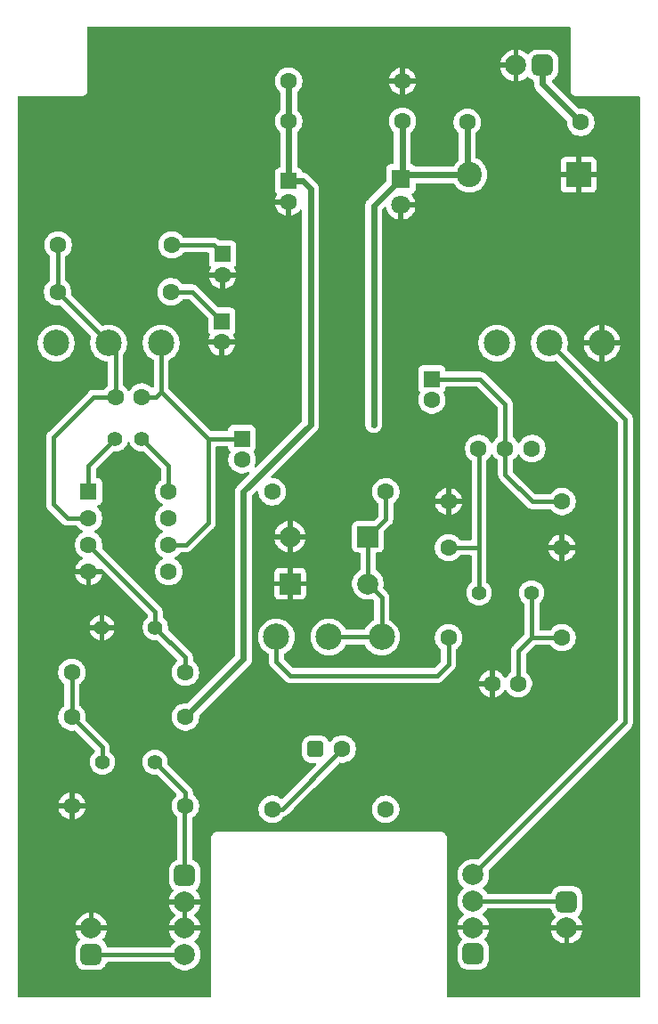
<source format=gbr>
%TF.GenerationSoftware,KiCad,Pcbnew,9.0.2*%
%TF.CreationDate,2025-07-08T13:26:24-05:00*%
%TF.ProjectId,Large Mouse Distortion,4c617267-6520-44d6-9f75-736520446973,rev?*%
%TF.SameCoordinates,Original*%
%TF.FileFunction,Copper,L1,Top*%
%TF.FilePolarity,Positive*%
%FSLAX46Y46*%
G04 Gerber Fmt 4.6, Leading zero omitted, Abs format (unit mm)*
G04 Created by KiCad (PCBNEW 9.0.2) date 2025-07-08 13:26:24*
%MOMM*%
%LPD*%
G01*
G04 APERTURE LIST*
G04 Aperture macros list*
%AMRoundRect*
0 Rectangle with rounded corners*
0 $1 Rounding radius*
0 $2 $3 $4 $5 $6 $7 $8 $9 X,Y pos of 4 corners*
0 Add a 4 corners polygon primitive as box body*
4,1,4,$2,$3,$4,$5,$6,$7,$8,$9,$2,$3,0*
0 Add four circle primitives for the rounded corners*
1,1,$1+$1,$2,$3*
1,1,$1+$1,$4,$5*
1,1,$1+$1,$6,$7*
1,1,$1+$1,$8,$9*
0 Add four rect primitives between the rounded corners*
20,1,$1+$1,$2,$3,$4,$5,0*
20,1,$1+$1,$4,$5,$6,$7,0*
20,1,$1+$1,$6,$7,$8,$9,0*
20,1,$1+$1,$8,$9,$2,$3,0*%
G04 Aperture macros list end*
%TA.AperFunction,ComponentPad*%
%ADD10C,1.600000*%
%TD*%
%TA.AperFunction,ComponentPad*%
%ADD11C,2.000000*%
%TD*%
%TA.AperFunction,ComponentPad*%
%ADD12R,2.000000X2.000000*%
%TD*%
%TA.AperFunction,ComponentPad*%
%ADD13RoundRect,0.500000X-0.500000X0.500000X-0.500000X-0.500000X0.500000X-0.500000X0.500000X0.500000X0*%
%TD*%
%TA.AperFunction,ComponentPad*%
%ADD14R,1.600000X1.600000*%
%TD*%
%TA.AperFunction,ComponentPad*%
%ADD15R,1.800000X1.800000*%
%TD*%
%TA.AperFunction,ComponentPad*%
%ADD16C,1.800000*%
%TD*%
%TA.AperFunction,ComponentPad*%
%ADD17C,1.400000*%
%TD*%
%TA.AperFunction,ComponentPad*%
%ADD18RoundRect,0.500000X0.500000X-0.500000X0.500000X0.500000X-0.500000X0.500000X-0.500000X-0.500000X0*%
%TD*%
%TA.AperFunction,ComponentPad*%
%ADD19C,2.400000*%
%TD*%
%TA.AperFunction,ComponentPad*%
%ADD20R,2.400000X2.400000*%
%TD*%
%TA.AperFunction,ComponentPad*%
%ADD21RoundRect,0.500000X0.500000X0.500000X-0.500000X0.500000X-0.500000X-0.500000X0.500000X-0.500000X0*%
%TD*%
%TA.AperFunction,ComponentPad*%
%ADD22RoundRect,0.400000X0.400000X0.400000X-0.400000X0.400000X-0.400000X-0.400000X0.400000X-0.400000X0*%
%TD*%
%TA.AperFunction,ComponentPad*%
%ADD23C,2.500000*%
%TD*%
%TA.AperFunction,ViaPad*%
%ADD24C,0.609600*%
%TD*%
%TA.AperFunction,Conductor*%
%ADD25C,0.406400*%
%TD*%
%TA.AperFunction,Conductor*%
%ADD26C,0.609600*%
%TD*%
G04 APERTURE END LIST*
D10*
%TO.P,R17,1*%
%TO.N,Net-(J3-Pad1)*%
X54168000Y109118400D03*
%TO.P,R17,2*%
%TO.N,+VA*%
X43368000Y109118400D03*
%TD*%
%TO.P,R6,1*%
%TO.N,Net-(Q1-G)*%
X41590000Y68681600D03*
%TO.P,R6,2*%
%TO.N,GND*%
X52390000Y68681600D03*
%TD*%
D11*
%TO.P,D2,1,K*%
%TO.N,Net-(D1-A)*%
X33926000Y65252600D03*
D12*
%TO.P,D2,2,A*%
%TO.N,GND*%
X26526000Y65252600D03*
%TD*%
D13*
%TO.P,J1,1,1*%
%TO.N,/SEND*%
X16510000Y37492000D03*
D11*
%TO.P,J1,2,2*%
%TO.N,GND*%
X16510000Y34992000D03*
%TO.P,J1,3,3*%
X16510000Y32492000D03*
%TO.P,J1,4,4*%
%TO.N,/IN*%
X16510000Y29992000D03*
%TD*%
D10*
%TO.P,R18,1*%
%TO.N,VREF*%
X26400800Y109220000D03*
%TO.P,R18,2*%
%TO.N,+VA*%
X37200800Y109220000D03*
%TD*%
%TO.P,R19,1*%
%TO.N,Net-(D3-K)*%
X24826000Y43815000D03*
%TO.P,R19,2*%
%TO.N,/LED+*%
X35626000Y43815000D03*
%TD*%
D14*
%TO.P,U1,1,COMP1*%
%TO.N,Net-(U1-COMP1)*%
X7366000Y74011400D03*
D10*
%TO.P,U1,2,-*%
%TO.N,Net-(U1--)*%
X7366000Y71471400D03*
%TO.P,U1,3,+*%
%TO.N,Net-(U1-+)*%
X7366000Y68931400D03*
%TO.P,U1,4,V-*%
%TO.N,GND*%
X7366000Y66391400D03*
%TO.P,U1,5,NC*%
%TO.N,unconnected-(U1-NC-Pad5)*%
X14986000Y66391400D03*
%TO.P,U1,6*%
%TO.N,Net-(C3-Pad2)*%
X14986000Y68931400D03*
%TO.P,U1,7,V+*%
%TO.N,+VA*%
X14986000Y71471400D03*
%TO.P,U1,8,COMP2*%
%TO.N,Net-(U1-COMP2)*%
X14986000Y74011400D03*
%TD*%
D14*
%TO.P,C1,1*%
%TO.N,Net-(C1-Pad1)*%
X20015200Y90204800D03*
D10*
%TO.P,C1,2*%
%TO.N,GND*%
X20015200Y88204800D03*
%TD*%
D15*
%TO.P,C10,1*%
%TO.N,+VA*%
X37058600Y103764400D03*
D16*
%TO.P,C10,2*%
%TO.N,GND*%
X37058600Y101264400D03*
%TD*%
D10*
%TO.P,R20,1*%
%TO.N,GND*%
X37200800Y113030000D03*
%TO.P,R20,2*%
%TO.N,VREF*%
X26400800Y113030000D03*
%TD*%
D14*
%TO.P,C5,1*%
%TO.N,Net-(C5-Pad1)*%
X20116800Y96605600D03*
D10*
%TO.P,C5,2*%
%TO.N,GND*%
X20116800Y94605600D03*
%TD*%
D17*
%TO.P,C6,1*%
%TO.N,Net-(U1-+)*%
X13716000Y61087000D03*
%TO.P,C6,2*%
%TO.N,GND*%
X8636000Y61087000D03*
%TD*%
D11*
%TO.P,D1,1,K*%
%TO.N,GND*%
X26526000Y69723000D03*
D12*
%TO.P,D1,2,A*%
%TO.N,Net-(D1-A)*%
X33926000Y69723000D03*
%TD*%
D10*
%TO.P,R1,1*%
%TO.N,Net-(C1-Pad1)*%
X15204400Y93014800D03*
%TO.P,R1,2*%
%TO.N,Net-(U1--)*%
X4404400Y93014800D03*
%TD*%
%TO.P,R7,1*%
%TO.N,Net-(Q1-S)*%
X52390000Y73064990D03*
%TO.P,R7,2*%
%TO.N,GND*%
X41590000Y73064990D03*
%TD*%
%TO.P,R2,1*%
%TO.N,Net-(C5-Pad1)*%
X15280600Y97459800D03*
%TO.P,R2,2*%
%TO.N,Net-(U1--)*%
X4480600Y97459800D03*
%TD*%
D17*
%TO.P,C4,1*%
%TO.N,/SEND*%
X13676000Y48285400D03*
%TO.P,C4,2*%
%TO.N,Net-(C4-Pad2)*%
X8676000Y48285400D03*
%TD*%
D10*
%TO.P,R8,1*%
%TO.N,/SEND*%
X16576000Y44119800D03*
%TO.P,R8,2*%
%TO.N,GND*%
X5776000Y44119800D03*
%TD*%
%TO.P,R12,1*%
%TO.N,Net-(C4-Pad2)*%
X5776000Y52578000D03*
%TO.P,R12,2*%
%TO.N,VREF*%
X16576000Y52578000D03*
%TD*%
%TO.P,C8,1*%
%TO.N,Net-(C8-Pad1)*%
X48240000Y55753000D03*
%TO.P,C8,2*%
%TO.N,GND*%
X45740000Y55753000D03*
%TD*%
%TO.P,R3,1*%
%TO.N,Net-(C7-Pad2)*%
X24826000Y73990200D03*
%TO.P,R3,2*%
%TO.N,Net-(D1-A)*%
X35626000Y73990200D03*
%TD*%
D18*
%TO.P,J2,1,1*%
%TO.N,/LED+*%
X43942000Y30072000D03*
D11*
%TO.P,J2,2,2*%
%TO.N,GND*%
X43942000Y32572000D03*
%TO.P,J2,3,3*%
%TO.N,/OUT*%
X43942000Y35072000D03*
%TO.P,J2,4,4*%
%TO.N,/RETURN*%
X43942000Y37572000D03*
%TD*%
D13*
%TO.P,J5,1,1*%
%TO.N,/OUT*%
X52832000Y35012000D03*
D11*
%TO.P,J5,2,2*%
%TO.N,GND*%
X52832000Y32512000D03*
%TD*%
D10*
%TO.P,R4,1*%
%TO.N,Net-(C8-Pad1)*%
X52390000Y60121800D03*
%TO.P,R4,2*%
%TO.N,Net-(R4-Pad2)*%
X41590000Y60121800D03*
%TD*%
D19*
%TO.P,D4,1,K*%
%TO.N,+VA*%
X43588000Y104140000D03*
D20*
%TO.P,D4,2,A*%
%TO.N,GND*%
X53948000Y104140000D03*
%TD*%
D14*
%TO.P,C7,1*%
%TO.N,Net-(C3-Pad2)*%
X21945600Y79044800D03*
D10*
%TO.P,C7,2*%
%TO.N,Net-(C7-Pad2)*%
X21945600Y77044800D03*
%TD*%
D14*
%TO.P,C12,1*%
%TO.N,Net-(Q1-S)*%
X40005000Y84718400D03*
D10*
%TO.P,C12,2*%
%TO.N,Net-(C12-Pad2)*%
X40005000Y82718400D03*
%TD*%
D17*
%TO.P,C9,1*%
%TO.N,Net-(C8-Pad1)*%
X49490000Y64389000D03*
%TO.P,C9,2*%
%TO.N,Net-(Q1-G)*%
X44490000Y64389000D03*
%TD*%
D10*
%TO.P,Q1,1,D*%
%TO.N,+VA*%
X49530000Y78105000D03*
%TO.P,Q1,2,S*%
%TO.N,Net-(Q1-S)*%
X46990000Y78105000D03*
%TO.P,Q1,3,G*%
%TO.N,Net-(Q1-G)*%
X44450000Y78105000D03*
%TD*%
D14*
%TO.P,C11,1*%
%TO.N,VREF*%
X26389800Y103541400D03*
D10*
%TO.P,C11,2*%
%TO.N,GND*%
X26389800Y101541400D03*
%TD*%
%TO.P,R5,1*%
%TO.N,Net-(C4-Pad2)*%
X5776000Y56819800D03*
%TO.P,R5,2*%
%TO.N,Net-(U1-+)*%
X16576000Y56819800D03*
%TD*%
D17*
%TO.P,C2,1*%
%TO.N,Net-(U1-COMP1)*%
X9906000Y78994000D03*
%TO.P,C2,2*%
%TO.N,Net-(U1-COMP2)*%
X12446000Y78994000D03*
%TD*%
D21*
%TO.P,J3,1,1*%
%TO.N,Net-(J3-Pad1)*%
X50506000Y114537000D03*
D11*
%TO.P,J3,2,2*%
%TO.N,GND*%
X48006000Y114537000D03*
%TD*%
D18*
%TO.P,J4,1,1*%
%TO.N,/IN*%
X7620000Y30012000D03*
D11*
%TO.P,J4,2,2*%
%TO.N,GND*%
X7620000Y32512000D03*
%TD*%
D10*
%TO.P,C3,1*%
%TO.N,Net-(U1--)*%
X9926000Y83007200D03*
%TO.P,C3,2*%
%TO.N,Net-(C3-Pad2)*%
X12426000Y83007200D03*
%TD*%
%TO.P,D3,1,K*%
%TO.N,Net-(D3-K)*%
X31496000Y49530000D03*
D22*
%TO.P,D3,2,A*%
%TO.N,+VA*%
X28956000Y49530000D03*
%TD*%
D23*
%TO.P,RV3,1,1*%
%TO.N,GND*%
X56181000Y88140000D03*
%TO.P,RV3,2,2*%
%TO.N,/RETURN*%
X51181000Y88140000D03*
%TO.P,RV3,3,3*%
%TO.N,Net-(C12-Pad2)*%
X46181000Y88140000D03*
%TD*%
%TO.P,RV2,1,1*%
%TO.N,Net-(D1-A)*%
X35226000Y60200000D03*
%TO.P,RV2,2,2*%
X30226000Y60200000D03*
%TO.P,RV2,3,3*%
%TO.N,Net-(R4-Pad2)*%
X25226000Y60200000D03*
%TD*%
%TO.P,RV1,1,1*%
%TO.N,Net-(C3-Pad2)*%
X14271000Y88140000D03*
%TO.P,RV1,2,2*%
%TO.N,Net-(U1--)*%
X9271000Y88140000D03*
%TO.P,RV1,3,3*%
%TO.N,unconnected-(RV1-Pad3)*%
X4271000Y88140000D03*
%TD*%
D24*
%TO.N,+VA*%
X34493200Y83058000D03*
X34493200Y80391000D03*
%TD*%
D25*
%TO.N,Net-(C1-Pad1)*%
X15204400Y93014800D02*
X17205200Y93014800D01*
X17205200Y93014800D02*
X20015200Y90204800D01*
%TO.N,Net-(D1-A)*%
X33926000Y69723000D02*
X33926000Y65252600D01*
X35226000Y60200000D02*
X30226000Y60200000D01*
X35626000Y71423000D02*
X33926000Y69723000D01*
X35226000Y63952600D02*
X35226000Y60200000D01*
X33926000Y65252600D02*
X35226000Y63952600D01*
X35626000Y73990200D02*
X35626000Y71423000D01*
%TO.N,/SEND*%
X16510000Y37492000D02*
X16510000Y44053800D01*
X16576000Y45385400D02*
X13676000Y48285400D01*
X16510000Y44053800D02*
X16576000Y44119800D01*
X16576000Y44119800D02*
X16576000Y45385400D01*
%TO.N,Net-(C4-Pad2)*%
X8676000Y48285400D02*
X8676000Y49678000D01*
X8676000Y49678000D02*
X5776000Y52578000D01*
X5776000Y52578000D02*
X5776000Y56819800D01*
%TO.N,Net-(C5-Pad1)*%
X19262600Y97459800D02*
X20116800Y96605600D01*
X15280600Y97459800D02*
X19262600Y97459800D01*
%TO.N,Net-(C7-Pad2)*%
X21945600Y76870600D02*
X21945600Y77044800D01*
%TO.N,/RETURN*%
X58420000Y80901000D02*
X58420000Y52050000D01*
X51181000Y88140000D02*
X58420000Y80901000D01*
X58420000Y52050000D02*
X43942000Y37572000D01*
D26*
%TO.N,+VA*%
X37200800Y103906600D02*
X37058600Y103764400D01*
X43368000Y104360000D02*
X43588000Y104140000D01*
X37200800Y109220000D02*
X37200800Y103906600D01*
X37058600Y103764400D02*
X34493200Y101199000D01*
X34493200Y101199000D02*
X34493200Y83058000D01*
X34493200Y83058000D02*
X34493200Y80391000D01*
X37434200Y104140000D02*
X37058600Y103764400D01*
X43368000Y109118400D02*
X43368000Y104360000D01*
X43588000Y104140000D02*
X37434200Y104140000D01*
%TO.N,VREF*%
X26400800Y103552400D02*
X26389800Y103541400D01*
X22098000Y58100000D02*
X16576000Y52578000D01*
X26400800Y113030000D02*
X26400800Y109220000D01*
X27700400Y103541400D02*
X28473400Y102768400D01*
X26400800Y109220000D02*
X26400800Y103552400D01*
X28473400Y102768400D02*
X28473400Y80365600D01*
X22098000Y73990200D02*
X22098000Y58100000D01*
X28473400Y80365600D02*
X22098000Y73990200D01*
X26389800Y103541400D02*
X27700400Y103541400D01*
D25*
%TO.N,Net-(D3-K)*%
X25781000Y43815000D02*
X31496000Y49530000D01*
X24826000Y43815000D02*
X25781000Y43815000D01*
%TO.N,/IN*%
X7640000Y29992000D02*
X7620000Y30012000D01*
X16510000Y29992000D02*
X7640000Y29992000D01*
%TO.N,/OUT*%
X52772000Y35072000D02*
X52832000Y35012000D01*
X43942000Y35072000D02*
X52772000Y35072000D01*
D26*
%TO.N,Net-(J3-Pad1)*%
X50506000Y114537000D02*
X50506000Y112780400D01*
X50506000Y112780400D02*
X54168000Y109118400D01*
D25*
%TO.N,Net-(U1-COMP2)*%
X12446000Y78994000D02*
X14986000Y76454000D01*
X14986000Y76454000D02*
X14986000Y74011400D01*
%TO.N,Net-(U1-COMP1)*%
X7366000Y74011400D02*
X7366000Y76454000D01*
X7366000Y76454000D02*
X9906000Y78994000D01*
%TO.N,Net-(U1--)*%
X4013200Y79146400D02*
X7874000Y83007200D01*
X4404400Y93006600D02*
X4404400Y93014800D01*
X5338200Y71471400D02*
X4013200Y72796400D01*
X4013200Y72796400D02*
X4013200Y79146400D01*
X4404400Y93014800D02*
X4404400Y97383600D01*
X9926000Y83007200D02*
X9926000Y87485000D01*
X4404400Y97383600D02*
X4480600Y97459800D01*
X7874000Y83007200D02*
X9926000Y83007200D01*
X7366000Y71471400D02*
X5338200Y71471400D01*
X9926000Y87485000D02*
X9271000Y88140000D01*
X9271000Y88140000D02*
X4404400Y93006600D01*
%TO.N,Net-(C3-Pad2)*%
X14271000Y83511400D02*
X18737600Y79044800D01*
X14271000Y88140000D02*
X14271000Y83511400D01*
X13766800Y83007200D02*
X12426000Y83007200D01*
X16632800Y68931400D02*
X14986000Y68931400D01*
X18737600Y79044800D02*
X18737600Y71036200D01*
X14271000Y83511400D02*
X13766800Y83007200D01*
X18737600Y71036200D02*
X16632800Y68931400D01*
X18737600Y79044800D02*
X21945600Y79044800D01*
%TO.N,Net-(U1-+)*%
X16576000Y56819800D02*
X16576000Y58227000D01*
X13716000Y62581400D02*
X7366000Y68931400D01*
X16576000Y58227000D02*
X13716000Y61087000D01*
X13716000Y61087000D02*
X13716000Y62581400D01*
%TO.N,Net-(C8-Pad1)*%
X49504600Y60121800D02*
X49504600Y64374400D01*
X49504600Y60121800D02*
X48240000Y58857200D01*
X48240000Y58857200D02*
X48240000Y55753000D01*
X52390000Y60121800D02*
X49504600Y60121800D01*
X49504600Y64374400D02*
X49490000Y64389000D01*
%TO.N,Net-(Q1-G)*%
X44490000Y78065000D02*
X44450000Y78105000D01*
X44439200Y68681600D02*
X44490000Y68630800D01*
X44490000Y68630800D02*
X44490000Y78065000D01*
X44490000Y64389000D02*
X44490000Y68630800D01*
X41590000Y68681600D02*
X44439200Y68681600D01*
%TO.N,Net-(Q1-S)*%
X46990000Y82321400D02*
X44593000Y84718400D01*
X44593000Y84718400D02*
X40005000Y84718400D01*
X46990000Y78105000D02*
X46990000Y82321400D01*
X46990000Y75666600D02*
X46990000Y78105000D01*
X52390000Y73064990D02*
X49591610Y73064990D01*
X49591610Y73064990D02*
X46990000Y75666600D01*
%TO.N,Net-(R4-Pad2)*%
X25226000Y57857400D02*
X26568400Y56515000D01*
X25226000Y60200000D02*
X25226000Y57857400D01*
X41590000Y57592000D02*
X41590000Y60121800D01*
X40513000Y56515000D02*
X41590000Y57592000D01*
X26568400Y56515000D02*
X40513000Y56515000D01*
%TD*%
%TA.AperFunction,Conductor*%
%TO.N,GND*%
G36*
X16760000Y32925012D02*
G01*
X16702993Y32957925D01*
X16575826Y32992000D01*
X16444174Y32992000D01*
X16317007Y32957925D01*
X16260000Y32925012D01*
X16260000Y34558988D01*
X16317007Y34526075D01*
X16444174Y34492000D01*
X16575826Y34492000D01*
X16702993Y34526075D01*
X16760000Y34558988D01*
X16760000Y32925012D01*
G37*
%TD.AperFunction*%
%TA.AperFunction,Conductor*%
G36*
X53155539Y118216815D02*
G01*
X53201294Y118164011D01*
X53212500Y118112500D01*
X53212500Y112074055D01*
X53247153Y111944725D01*
X53314099Y111828774D01*
X53314101Y111828771D01*
X53408771Y111734101D01*
X53408774Y111734099D01*
X53524725Y111667153D01*
X53654055Y111632500D01*
X53787945Y111632500D01*
X59692500Y111632500D01*
X59759539Y111612815D01*
X59805294Y111560011D01*
X59816500Y111508500D01*
X59816500Y26032500D01*
X59796815Y25965461D01*
X59744011Y25919706D01*
X59692500Y25908500D01*
X41526500Y25908500D01*
X41459461Y25928185D01*
X41413706Y25980989D01*
X41402500Y26032500D01*
X41402500Y37690097D01*
X42441500Y37690097D01*
X42441500Y37453902D01*
X42478446Y37220631D01*
X42551433Y36996003D01*
X42658657Y36785566D01*
X42737862Y36676550D01*
X42797483Y36594490D01*
X42797485Y36594488D01*
X42797485Y36594487D01*
X42964490Y36427482D01*
X42971603Y36422315D01*
X43014266Y36366983D01*
X43020242Y36297370D01*
X42987634Y36235576D01*
X42971603Y36221685D01*
X42964490Y36216517D01*
X42797483Y36049510D01*
X42677995Y35885049D01*
X42658657Y35858433D01*
X42551433Y35647996D01*
X42478446Y35423368D01*
X42441500Y35190097D01*
X42441500Y34953902D01*
X42478446Y34720631D01*
X42551433Y34496003D01*
X42658657Y34285566D01*
X42716591Y34205828D01*
X42797483Y34094490D01*
X42797485Y34094488D01*
X42797485Y34094487D01*
X42964487Y33927485D01*
X42964493Y33927480D01*
X42972029Y33922005D01*
X43014692Y33866673D01*
X43020667Y33797059D01*
X42988058Y33735266D01*
X42972022Y33721372D01*
X42964819Y33716139D01*
X42797866Y33549186D01*
X42659085Y33358171D01*
X42551897Y33147802D01*
X42478934Y32923247D01*
X42462898Y32822000D01*
X43508988Y32822000D01*
X43476075Y32764993D01*
X43442000Y32637826D01*
X43442000Y32506174D01*
X43476075Y32379007D01*
X43508988Y32322000D01*
X42462898Y32322000D01*
X42478934Y32220752D01*
X42551897Y31996197D01*
X42659087Y31785825D01*
X42797858Y31594822D01*
X42797863Y31594816D01*
X42842436Y31550242D01*
X42875920Y31488919D01*
X42870934Y31419227D01*
X42833114Y31366461D01*
X42730890Y31283109D01*
X42677543Y31217683D01*
X42602302Y31125407D01*
X42508091Y30945049D01*
X42508089Y30945045D01*
X42474550Y30827829D01*
X42452114Y30749418D01*
X42452114Y30749416D01*
X42452113Y30749413D01*
X42441500Y30630033D01*
X42441500Y29513971D01*
X42441501Y29513965D01*
X42452113Y29394584D01*
X42508089Y29198954D01*
X42602304Y29018590D01*
X42730890Y28860890D01*
X42888590Y28732304D01*
X42888591Y28732303D01*
X42888593Y28732302D01*
X42978772Y28685196D01*
X43068954Y28638089D01*
X43225376Y28593332D01*
X43264582Y28582114D01*
X43264583Y28582113D01*
X43264586Y28582113D01*
X43341511Y28575274D01*
X43383963Y28571500D01*
X43383966Y28571500D01*
X43383967Y28571500D01*
X44500028Y28571500D01*
X44500033Y28571500D01*
X44500036Y28571501D01*
X44523330Y28573571D01*
X44619415Y28582113D01*
X44815045Y28638089D01*
X44815049Y28638091D01*
X44995407Y28732302D01*
X45079525Y28800891D01*
X45153109Y28860890D01*
X45232774Y28958593D01*
X45281698Y29018593D01*
X45375909Y29198951D01*
X45431886Y29394582D01*
X45442500Y29513963D01*
X45442499Y30630036D01*
X45431886Y30749418D01*
X45375909Y30945049D01*
X45281698Y31125407D01*
X45153109Y31283109D01*
X45050882Y31366463D01*
X45011367Y31424081D01*
X45009275Y31493919D01*
X45041564Y31550244D01*
X45086133Y31594813D01*
X45224914Y31785828D01*
X45332102Y31996197D01*
X45405065Y32220751D01*
X45420542Y32318462D01*
X45421103Y32322000D01*
X44375012Y32322000D01*
X44407925Y32379007D01*
X44442000Y32506174D01*
X44442000Y32637826D01*
X44407925Y32764993D01*
X44375012Y32822000D01*
X45421102Y32822000D01*
X45405065Y32923247D01*
X45332102Y33147802D01*
X45224914Y33358171D01*
X45086133Y33549186D01*
X44919182Y33716137D01*
X44911981Y33721369D01*
X44869312Y33776696D01*
X44863329Y33846309D01*
X44895932Y33908106D01*
X44911974Y33922008D01*
X44919509Y33927482D01*
X45086514Y34094487D01*
X45086517Y34094490D01*
X45225343Y34285567D01*
X45233000Y34300595D01*
X45280975Y34351391D01*
X45343485Y34368300D01*
X51238971Y34368300D01*
X51306010Y34348615D01*
X51351765Y34295811D01*
X51358187Y34278411D01*
X51398089Y34138954D01*
X51398091Y34138951D01*
X51475321Y33991101D01*
X51492304Y33958590D01*
X51620890Y33800890D01*
X51723115Y33717538D01*
X51762632Y33659917D01*
X51764724Y33590079D01*
X51732435Y33533755D01*
X51687866Y33489186D01*
X51549085Y33298171D01*
X51441897Y33087802D01*
X51368934Y32863247D01*
X51352898Y32762000D01*
X52398988Y32762000D01*
X52366075Y32704993D01*
X52332000Y32577826D01*
X52332000Y32446174D01*
X52366075Y32319007D01*
X52398988Y32262000D01*
X51352898Y32262000D01*
X51368934Y32160752D01*
X51441897Y31936197D01*
X51549085Y31725828D01*
X51687866Y31534813D01*
X51854813Y31367866D01*
X52045828Y31229085D01*
X52256197Y31121897D01*
X52480752Y31048934D01*
X52582000Y31032897D01*
X52582000Y32078988D01*
X52639007Y32046075D01*
X52766174Y32012000D01*
X52897826Y32012000D01*
X53024993Y32046075D01*
X53082000Y32078988D01*
X53082000Y31032897D01*
X53183247Y31048934D01*
X53407802Y31121897D01*
X53618171Y31229085D01*
X53809186Y31367866D01*
X53976133Y31534813D01*
X54114914Y31725828D01*
X54222102Y31936197D01*
X54295065Y32160752D01*
X54311102Y32262000D01*
X53265012Y32262000D01*
X53297925Y32319007D01*
X53332000Y32446174D01*
X53332000Y32577826D01*
X53297925Y32704993D01*
X53265012Y32762000D01*
X54311102Y32762000D01*
X54295065Y32863247D01*
X54222102Y33087802D01*
X54114914Y33298171D01*
X53976133Y33489186D01*
X53931565Y33533754D01*
X53898079Y33595077D01*
X53903063Y33664768D01*
X53940885Y33717538D01*
X54043107Y33800888D01*
X54100480Y33871251D01*
X54171698Y33958593D01*
X54265909Y34138951D01*
X54321886Y34334582D01*
X54332500Y34453963D01*
X54332499Y35570036D01*
X54321886Y35689418D01*
X54265909Y35885049D01*
X54171698Y36065407D01*
X54043109Y36223109D01*
X53885407Y36351698D01*
X53705049Y36445909D01*
X53509418Y36501886D01*
X53390037Y36512500D01*
X52273964Y36512499D01*
X52154582Y36501886D01*
X51958951Y36445909D01*
X51778593Y36351698D01*
X51714803Y36299684D01*
X51620890Y36223109D01*
X51557012Y36144768D01*
X51492302Y36065407D01*
X51398091Y35885049D01*
X51398090Y35885046D01*
X51398089Y35885044D01*
X51392521Y35865586D01*
X51355153Y35806549D01*
X51291798Y35777087D01*
X51273306Y35775700D01*
X45343485Y35775700D01*
X45276446Y35795385D01*
X45233000Y35843405D01*
X45225343Y35858433D01*
X45086517Y36049510D01*
X44919510Y36216517D01*
X44912401Y36221682D01*
X44869735Y36277012D01*
X44863756Y36346625D01*
X44896362Y36408420D01*
X44912401Y36422318D01*
X44919506Y36427480D01*
X44919510Y36427483D01*
X45086517Y36594490D01*
X45225343Y36785567D01*
X45300959Y36933971D01*
X45332566Y36996003D01*
X45405553Y37220631D01*
X45442500Y37453902D01*
X45442500Y37690097D01*
X45421973Y37819689D01*
X45405553Y37923368D01*
X45400340Y37939408D01*
X45398344Y38009247D01*
X45430590Y38065408D01*
X58865456Y51500274D01*
X58865487Y51500303D01*
X58966598Y51601414D01*
X59043613Y51716676D01*
X59096656Y51844735D01*
X59096658Y51844743D01*
X59123701Y51980689D01*
X59123701Y52125422D01*
X59123700Y52125443D01*
X59123700Y80826555D01*
X59123701Y80826581D01*
X59123701Y80970310D01*
X59096658Y81106256D01*
X59096657Y81106262D01*
X59043611Y81234327D01*
X58966600Y81349583D01*
X58868583Y81447600D01*
X58868581Y81447601D01*
X58861515Y81454667D01*
X58861511Y81454670D01*
X52870807Y87445373D01*
X52837324Y87506694D01*
X52841072Y87572914D01*
X52842157Y87576111D01*
X52842158Y87576113D01*
X52901548Y87797762D01*
X52931500Y88025266D01*
X52931500Y88254734D01*
X52913692Y88390000D01*
X54448811Y88390000D01*
X55632518Y88390000D01*
X55621889Y88371591D01*
X55581000Y88218991D01*
X55581000Y88061009D01*
X55621889Y87908409D01*
X55632518Y87890000D01*
X54448812Y87890000D01*
X54460942Y87797862D01*
X54520318Y87576269D01*
X54608102Y87364340D01*
X54608106Y87364331D01*
X54722809Y87165661D01*
X54862455Y86983670D01*
X54862461Y86983663D01*
X55024663Y86821461D01*
X55024670Y86821455D01*
X55206661Y86681809D01*
X55405331Y86567106D01*
X55405340Y86567102D01*
X55617269Y86479318D01*
X55838862Y86419942D01*
X55930999Y86407811D01*
X55931000Y86407811D01*
X55931000Y87591517D01*
X55949409Y87580889D01*
X56102009Y87540000D01*
X56259991Y87540000D01*
X56412591Y87580889D01*
X56431000Y87591517D01*
X56431000Y86407811D01*
X56523137Y86419942D01*
X56744730Y86479318D01*
X56956659Y86567102D01*
X56956668Y86567106D01*
X57155338Y86681809D01*
X57337329Y86821455D01*
X57337336Y86821461D01*
X57499538Y86983663D01*
X57499544Y86983670D01*
X57639190Y87165661D01*
X57753893Y87364331D01*
X57753897Y87364340D01*
X57841681Y87576269D01*
X57901057Y87797862D01*
X57913188Y87890000D01*
X56729482Y87890000D01*
X56740111Y87908409D01*
X56781000Y88061009D01*
X56781000Y88218991D01*
X56740111Y88371591D01*
X56729482Y88390000D01*
X57913188Y88390000D01*
X57901057Y88482137D01*
X57841681Y88703730D01*
X57753897Y88915659D01*
X57753893Y88915668D01*
X57639190Y89114338D01*
X57499544Y89296329D01*
X57499538Y89296336D01*
X57337336Y89458538D01*
X57337329Y89458544D01*
X57155338Y89598190D01*
X56956668Y89712893D01*
X56956659Y89712897D01*
X56744730Y89800681D01*
X56523140Y89860056D01*
X56523135Y89860057D01*
X56431000Y89872186D01*
X56431000Y88688482D01*
X56412591Y88699111D01*
X56259991Y88740000D01*
X56102009Y88740000D01*
X55949409Y88699111D01*
X55931000Y88688482D01*
X55931000Y89872186D01*
X55930999Y89872186D01*
X55838864Y89860057D01*
X55838859Y89860056D01*
X55617269Y89800681D01*
X55405340Y89712897D01*
X55405331Y89712893D01*
X55206661Y89598190D01*
X55024670Y89458544D01*
X55024663Y89458538D01*
X54862461Y89296336D01*
X54862455Y89296329D01*
X54722809Y89114338D01*
X54608106Y88915668D01*
X54608102Y88915659D01*
X54520318Y88703730D01*
X54460942Y88482137D01*
X54448811Y88390000D01*
X52913692Y88390000D01*
X52901548Y88482238D01*
X52842158Y88703887D01*
X52754344Y88915888D01*
X52639611Y89114612D01*
X52499919Y89296661D01*
X52499914Y89296665D01*
X52499911Y89296670D01*
X52337670Y89458911D01*
X52337665Y89458914D01*
X52337661Y89458919D01*
X52155612Y89598611D01*
X51956888Y89713344D01*
X51744887Y89801158D01*
X51523238Y89860548D01*
X51295734Y89890500D01*
X51066266Y89890500D01*
X50838762Y89860548D01*
X50617113Y89801158D01*
X50496480Y89751190D01*
X50405123Y89713349D01*
X50405117Y89713346D01*
X50405112Y89713344D01*
X50206388Y89598611D01*
X50206385Y89598608D01*
X50206382Y89598607D01*
X50024338Y89458918D01*
X50024330Y89458911D01*
X49862089Y89296670D01*
X49862081Y89296661D01*
X49722392Y89114617D01*
X49607657Y88915890D01*
X49607650Y88915876D01*
X49521168Y88707088D01*
X49519842Y88703887D01*
X49460452Y88482238D01*
X49460451Y88482229D01*
X49430500Y88254741D01*
X49430500Y88025258D01*
X49460451Y87797770D01*
X49460453Y87797759D01*
X49519842Y87576112D01*
X49607650Y87364123D01*
X49607657Y87364109D01*
X49722392Y87165382D01*
X49862081Y86983338D01*
X50024338Y86821081D01*
X50206382Y86681392D01*
X50405109Y86566657D01*
X50405123Y86566650D01*
X50617112Y86478842D01*
X50724045Y86450190D01*
X50838762Y86419452D01*
X50838770Y86419451D01*
X51066258Y86389500D01*
X51066266Y86389500D01*
X51295741Y86389500D01*
X51485215Y86414446D01*
X51523238Y86419452D01*
X51744887Y86478842D01*
X51744896Y86478845D01*
X51748088Y86479929D01*
X51817897Y86482837D01*
X51875626Y86450190D01*
X57679981Y80645836D01*
X57713466Y80584513D01*
X57716300Y80558155D01*
X57716300Y52392844D01*
X57696615Y52325805D01*
X57679981Y52305163D01*
X44435408Y39060590D01*
X44374085Y39027105D01*
X44309408Y39030340D01*
X44293368Y39035553D01*
X44189689Y39051973D01*
X44060097Y39072500D01*
X44060092Y39072500D01*
X43823908Y39072500D01*
X43823903Y39072500D01*
X43590631Y39035553D01*
X43502321Y39006859D01*
X43366008Y38962568D01*
X43366005Y38962566D01*
X43366003Y38962566D01*
X43254991Y38906002D01*
X43155567Y38855343D01*
X42964490Y38716517D01*
X42797483Y38549510D01*
X42663464Y38365049D01*
X42658657Y38358433D01*
X42551433Y38147996D01*
X42478446Y37923368D01*
X42441500Y37690097D01*
X41402500Y37690097D01*
X41402500Y41214943D01*
X41402500Y41214945D01*
X41367847Y41344274D01*
X41300901Y41460226D01*
X41206226Y41554901D01*
X41090274Y41621847D01*
X40960945Y41656500D01*
X19624945Y41656500D01*
X19491055Y41656500D01*
X19361726Y41621847D01*
X19245774Y41554901D01*
X19151099Y41460226D01*
X19084153Y41344274D01*
X19049500Y41214944D01*
X19049500Y26032500D01*
X19029815Y25965461D01*
X18977011Y25919706D01*
X18925500Y25908500D01*
X759500Y25908500D01*
X692461Y25928185D01*
X646706Y25980989D01*
X635500Y26032500D01*
X635500Y30570033D01*
X6119500Y30570033D01*
X6119500Y29453971D01*
X6119501Y29453965D01*
X6130113Y29334584D01*
X6186089Y29138954D01*
X6186090Y29138953D01*
X6186091Y29138951D01*
X6251105Y29014487D01*
X6280304Y28958590D01*
X6408890Y28800890D01*
X6566590Y28672304D01*
X6566591Y28672303D01*
X6566593Y28672302D01*
X6632087Y28638091D01*
X6746954Y28578089D01*
X6903376Y28533332D01*
X6942582Y28522114D01*
X6942583Y28522113D01*
X6942586Y28522113D01*
X7019511Y28515274D01*
X7061963Y28511500D01*
X7061966Y28511500D01*
X7061967Y28511500D01*
X8178028Y28511500D01*
X8178033Y28511500D01*
X8178036Y28511501D01*
X8201330Y28513571D01*
X8297415Y28522113D01*
X8493045Y28578089D01*
X8493049Y28578091D01*
X8673407Y28672302D01*
X8717993Y28708657D01*
X8831109Y28800890D01*
X8907684Y28894803D01*
X8959698Y28958593D01*
X9053909Y29138951D01*
X9070923Y29198412D01*
X9108291Y29257450D01*
X9171644Y29286913D01*
X9190139Y29288300D01*
X15108515Y29288300D01*
X15175554Y29268615D01*
X15219000Y29220595D01*
X15226657Y29205566D01*
X15305862Y29096550D01*
X15365483Y29014490D01*
X15365485Y29014488D01*
X15365485Y29014487D01*
X15532487Y28847485D01*
X15723566Y28708657D01*
X15934003Y28601433D01*
X16158631Y28528446D01*
X16391903Y28491500D01*
X16391908Y28491500D01*
X16628097Y28491500D01*
X16861368Y28528446D01*
X17085996Y28601433D01*
X17296433Y28708657D01*
X17328980Y28732304D01*
X17487510Y28847483D01*
X17654517Y29014490D01*
X17793343Y29205567D01*
X17844002Y29304991D01*
X17900566Y29416003D01*
X17912901Y29453964D01*
X17973553Y29640632D01*
X18010500Y29873902D01*
X18010500Y30110097D01*
X17973553Y30343368D01*
X17900568Y30567992D01*
X17793343Y30778433D01*
X17654517Y30969510D01*
X17487510Y31136517D01*
X17479973Y31141992D01*
X17437309Y31197322D01*
X17431331Y31266936D01*
X17463938Y31328730D01*
X17479975Y31342627D01*
X17487185Y31347866D01*
X17487186Y31347866D01*
X17654133Y31514813D01*
X17792914Y31705828D01*
X17900102Y31916197D01*
X17973065Y32140752D01*
X17989102Y32242000D01*
X16943012Y32242000D01*
X16975925Y32299007D01*
X17010000Y32426174D01*
X17010000Y32557826D01*
X16975925Y32684993D01*
X16943012Y32742000D01*
X17989102Y32742000D01*
X17973065Y32843247D01*
X17900102Y33067802D01*
X17792914Y33278171D01*
X17654133Y33469186D01*
X17487180Y33636139D01*
X17479555Y33641679D01*
X17436887Y33697007D01*
X17430905Y33766620D01*
X17463508Y33828417D01*
X17479555Y33842321D01*
X17487180Y33847860D01*
X17654133Y34014813D01*
X17792914Y34205828D01*
X17900102Y34416197D01*
X17973065Y34640752D01*
X17989102Y34742000D01*
X16943012Y34742000D01*
X16975925Y34799007D01*
X17010000Y34926174D01*
X17010000Y35057826D01*
X16975925Y35184993D01*
X16943012Y35242000D01*
X17989102Y35242000D01*
X17973065Y35343247D01*
X17900102Y35567802D01*
X17792914Y35778171D01*
X17654133Y35969186D01*
X17609565Y36013754D01*
X17576079Y36075077D01*
X17581063Y36144768D01*
X17618885Y36197538D01*
X17721107Y36280888D01*
X17836427Y36422318D01*
X17849698Y36438593D01*
X17943909Y36618951D01*
X17999886Y36814582D01*
X18010500Y36933963D01*
X18010499Y38050036D01*
X17999886Y38169418D01*
X17943909Y38365049D01*
X17849698Y38545407D01*
X17721109Y38703109D01*
X17563407Y38831698D01*
X17383049Y38925909D01*
X17303588Y38948645D01*
X17244552Y38986010D01*
X17215087Y39049364D01*
X17213700Y39067860D01*
X17213700Y42912428D01*
X17233385Y42979467D01*
X17264815Y43012746D01*
X17423212Y43127828D01*
X17423217Y43127832D01*
X17567971Y43272586D01*
X17688284Y43438186D01*
X17688287Y43438190D01*
X17747503Y43554407D01*
X17781218Y43620576D01*
X17844477Y43815265D01*
X17860646Y43917351D01*
X23525500Y43917351D01*
X23525500Y43712648D01*
X23557522Y43510465D01*
X23620781Y43315776D01*
X23713715Y43133386D01*
X23834028Y42967786D01*
X23978786Y42823028D01*
X24144386Y42702715D01*
X24326776Y42609781D01*
X24521465Y42546522D01*
X24699329Y42518351D01*
X24723648Y42514500D01*
X24723649Y42514500D01*
X24928351Y42514500D01*
X24928352Y42514500D01*
X24955995Y42518878D01*
X25130534Y42546522D01*
X25325223Y42609781D01*
X25450653Y42673691D01*
X25507610Y42702713D01*
X25507613Y42702715D01*
X25673213Y42823028D01*
X25817969Y42967784D01*
X25905862Y43088760D01*
X25954500Y43128592D01*
X25967724Y43134655D01*
X25986262Y43138343D01*
X26114327Y43191389D01*
X26156099Y43219300D01*
X26164317Y43224791D01*
X26164321Y43224793D01*
X26229583Y43268400D01*
X26276964Y43315781D01*
X26327600Y43366417D01*
X26327601Y43366419D01*
X26334667Y43373485D01*
X26334667Y43373484D01*
X26334670Y43373488D01*
X26878533Y43917351D01*
X34325500Y43917351D01*
X34325500Y43712648D01*
X34357522Y43510465D01*
X34420781Y43315776D01*
X34513715Y43133386D01*
X34634028Y42967786D01*
X34778786Y42823028D01*
X34944386Y42702715D01*
X35126776Y42609781D01*
X35321465Y42546522D01*
X35499329Y42518351D01*
X35523648Y42514500D01*
X35523649Y42514500D01*
X35728351Y42514500D01*
X35728352Y42514500D01*
X35755995Y42518878D01*
X35930534Y42546522D01*
X36125223Y42609781D01*
X36250653Y42673691D01*
X36307610Y42702713D01*
X36307613Y42702715D01*
X36473213Y42823028D01*
X36617971Y42967786D01*
X36738284Y43133386D01*
X36738287Y43133390D01*
X36807078Y43268400D01*
X36831218Y43315776D01*
X36847673Y43366417D01*
X36894477Y43510466D01*
X36926500Y43712648D01*
X36926500Y43917352D01*
X36894477Y44119534D01*
X36831220Y44314219D01*
X36738287Y44496610D01*
X36670732Y44589590D01*
X36617971Y44662213D01*
X36617968Y44662215D01*
X36617966Y44662219D01*
X36473219Y44806966D01*
X36473215Y44806968D01*
X36473213Y44806971D01*
X36400590Y44859732D01*
X36307610Y44927287D01*
X36125219Y45020220D01*
X35930534Y45083477D01*
X35728352Y45115500D01*
X35523648Y45115500D01*
X35422557Y45099488D01*
X35321465Y45083477D01*
X35231137Y45054127D01*
X35126781Y45020220D01*
X35126778Y45020218D01*
X35126776Y45020218D01*
X35060607Y44986503D01*
X34944390Y44927287D01*
X34944386Y44927284D01*
X34778786Y44806971D01*
X34634028Y44662213D01*
X34513715Y44496613D01*
X34420781Y44314223D01*
X34357522Y44119534D01*
X34325500Y43917351D01*
X26878533Y43917351D01*
X26971087Y44009905D01*
X28795166Y45833983D01*
X31173758Y48212575D01*
X31235081Y48246060D01*
X31280837Y48247367D01*
X31393643Y48229500D01*
X31393648Y48229500D01*
X31598351Y48229500D01*
X31598352Y48229500D01*
X31637421Y48235688D01*
X31800534Y48261522D01*
X31995223Y48324781D01*
X32120653Y48388691D01*
X32177610Y48417713D01*
X32177613Y48417715D01*
X32343213Y48538028D01*
X32487971Y48682786D01*
X32608284Y48848386D01*
X32608287Y48848390D01*
X32679603Y48988355D01*
X32701218Y49030776D01*
X32712979Y49066970D01*
X32764477Y49225466D01*
X32796500Y49427648D01*
X32796500Y49632352D01*
X32764477Y49834534D01*
X32701220Y50029219D01*
X32608287Y50211610D01*
X32540732Y50304590D01*
X32487971Y50377213D01*
X32487968Y50377215D01*
X32487966Y50377219D01*
X32343219Y50521966D01*
X32343215Y50521968D01*
X32343213Y50521971D01*
X32270590Y50574732D01*
X32177610Y50642287D01*
X31995219Y50735220D01*
X31800534Y50798477D01*
X31598352Y50830500D01*
X31393648Y50830500D01*
X31292557Y50814488D01*
X31191465Y50798477D01*
X31120196Y50775320D01*
X30996781Y50735220D01*
X30996778Y50735218D01*
X30996776Y50735218D01*
X30930607Y50701503D01*
X30814390Y50642287D01*
X30814386Y50642284D01*
X30648786Y50521971D01*
X30648781Y50521966D01*
X30504034Y50377219D01*
X30408283Y50245429D01*
X30352955Y50202764D01*
X30283342Y50196785D01*
X30221546Y50229390D01*
X30197483Y50262017D01*
X30138789Y50377213D01*
X30115385Y50423146D01*
X30115383Y50423149D01*
X29996257Y50570257D01*
X29849149Y50689383D01*
X29849147Y50689383D01*
X29849146Y50689385D01*
X29809008Y50709835D01*
X29680488Y50775320D01*
X29497645Y50824312D01*
X29419021Y50830500D01*
X28492980Y50830499D01*
X28414355Y50824312D01*
X28231512Y50775320D01*
X28152811Y50735220D01*
X28062853Y50689385D01*
X28062851Y50689383D01*
X27915743Y50570257D01*
X27876642Y50521971D01*
X27796614Y50423146D01*
X27773211Y50377213D01*
X27710680Y50254488D01*
X27710680Y50254487D01*
X27661687Y50071643D01*
X27661687Y50071642D01*
X27655500Y49993026D01*
X27655500Y49066989D01*
X27655501Y49066970D01*
X27661687Y48988356D01*
X27710680Y48805512D01*
X27796614Y48636853D01*
X27915743Y48489743D01*
X28062853Y48370614D01*
X28231512Y48284680D01*
X28414356Y48235687D01*
X28492973Y48229500D01*
X28492979Y48229500D01*
X28900956Y48229500D01*
X28967995Y48209815D01*
X29013750Y48157011D01*
X29023694Y48087853D01*
X28994669Y48024297D01*
X28988637Y48017819D01*
X25808668Y44837850D01*
X25747345Y44804365D01*
X25677653Y44809349D01*
X25648112Y44825206D01*
X25507610Y44927287D01*
X25325219Y45020220D01*
X25130534Y45083477D01*
X24928352Y45115500D01*
X24723648Y45115500D01*
X24622557Y45099488D01*
X24521465Y45083477D01*
X24431137Y45054127D01*
X24326781Y45020220D01*
X24326778Y45020218D01*
X24326776Y45020218D01*
X24260607Y44986503D01*
X24144390Y44927287D01*
X24144386Y44927284D01*
X23978786Y44806971D01*
X23834028Y44662213D01*
X23713715Y44496613D01*
X23620781Y44314223D01*
X23557522Y44119534D01*
X23525500Y43917351D01*
X17860646Y43917351D01*
X17864490Y43941622D01*
X17876500Y44017448D01*
X17876500Y44222151D01*
X17844477Y44424334D01*
X17813458Y44519800D01*
X17781220Y44619019D01*
X17688287Y44801410D01*
X17596835Y44927284D01*
X17567971Y44967013D01*
X17567968Y44967015D01*
X17567966Y44967019D01*
X17423219Y45111766D01*
X17350431Y45164649D01*
X17330815Y45178901D01*
X17288149Y45234230D01*
X17279700Y45279219D01*
X17279700Y45454710D01*
X17279699Y45454712D01*
X17252657Y45590662D01*
X17199611Y45718727D01*
X17122600Y45833983D01*
X17024583Y45932000D01*
X17024581Y45932001D01*
X17017515Y45939067D01*
X17017511Y45939070D01*
X14906018Y48050562D01*
X14872535Y48111883D01*
X14871228Y48157634D01*
X14876500Y48190919D01*
X14876500Y48379881D01*
X14876500Y48379886D01*
X14846940Y48566518D01*
X14824087Y48636851D01*
X14788547Y48746232D01*
X14702760Y48914599D01*
X14591690Y49067473D01*
X14458073Y49201090D01*
X14305199Y49312160D01*
X14136832Y49397947D01*
X13957118Y49456340D01*
X13770486Y49485900D01*
X13770481Y49485900D01*
X13581519Y49485900D01*
X13581514Y49485900D01*
X13394881Y49456340D01*
X13311497Y49429246D01*
X13215168Y49397947D01*
X13215165Y49397945D01*
X13215163Y49397945D01*
X13160495Y49370090D01*
X13046801Y49312160D01*
X12893927Y49201090D01*
X12760310Y49067473D01*
X12649240Y48914599D01*
X12563454Y48746236D01*
X12505059Y48566518D01*
X12475500Y48379886D01*
X12475500Y48190913D01*
X12505059Y48004281D01*
X12563454Y47824563D01*
X12649240Y47656200D01*
X12712610Y47568979D01*
X12760310Y47503327D01*
X12760312Y47503325D01*
X12760312Y47503324D01*
X12893924Y47369712D01*
X13046800Y47258640D01*
X13215163Y47172854D01*
X13394881Y47114459D01*
X13581514Y47084900D01*
X13581519Y47084900D01*
X13770485Y47084900D01*
X13803759Y47090170D01*
X13873053Y47081215D01*
X13910838Y47055378D01*
X15703935Y45262282D01*
X15737420Y45200959D01*
X15732436Y45131267D01*
X15703935Y45086920D01*
X15584028Y44967013D01*
X15463715Y44801413D01*
X15370781Y44619023D01*
X15307522Y44424334D01*
X15275500Y44222151D01*
X15275500Y44017448D01*
X15307522Y43815265D01*
X15370781Y43620576D01*
X15463715Y43438186D01*
X15584028Y43272586D01*
X15728779Y43127835D01*
X15728789Y43127828D01*
X15755186Y43108649D01*
X15797851Y43053319D01*
X15806300Y43008332D01*
X15806300Y39067860D01*
X15786615Y39000821D01*
X15733811Y38955066D01*
X15716418Y38948647D01*
X15636951Y38925909D01*
X15456593Y38831698D01*
X15456592Y38831697D01*
X15298890Y38703109D01*
X15204977Y38587933D01*
X15170302Y38545407D01*
X15076091Y38365049D01*
X15076089Y38365045D01*
X15042550Y38247829D01*
X15020114Y38169418D01*
X15020114Y38169416D01*
X15020113Y38169413D01*
X15009500Y38050033D01*
X15009500Y36933971D01*
X15009501Y36933965D01*
X15020113Y36814584D01*
X15076089Y36618954D01*
X15076091Y36618951D01*
X15166480Y36445909D01*
X15170304Y36438590D01*
X15298890Y36280890D01*
X15401115Y36197538D01*
X15440632Y36139917D01*
X15442724Y36070079D01*
X15410435Y36013755D01*
X15365866Y35969186D01*
X15227085Y35778171D01*
X15119897Y35567802D01*
X15046934Y35343247D01*
X15030898Y35242000D01*
X16076988Y35242000D01*
X16044075Y35184993D01*
X16010000Y35057826D01*
X16010000Y34926174D01*
X16044075Y34799007D01*
X16076988Y34742000D01*
X15030898Y34742000D01*
X15046934Y34640752D01*
X15119897Y34416197D01*
X15227085Y34205828D01*
X15365866Y34014813D01*
X15532816Y33847863D01*
X15540451Y33842317D01*
X15583116Y33786986D01*
X15589094Y33717373D01*
X15556487Y33655578D01*
X15540451Y33641683D01*
X15532816Y33636136D01*
X15365866Y33469186D01*
X15227085Y33278171D01*
X15119897Y33067802D01*
X15046934Y32843247D01*
X15030898Y32742000D01*
X16076988Y32742000D01*
X16044075Y32684993D01*
X16010000Y32557826D01*
X16010000Y32426174D01*
X16044075Y32299007D01*
X16076988Y32242000D01*
X15030898Y32242000D01*
X15046934Y32140752D01*
X15119897Y31916197D01*
X15227085Y31705828D01*
X15365866Y31514813D01*
X15532813Y31347866D01*
X15540025Y31342627D01*
X15582690Y31287297D01*
X15588669Y31217683D01*
X15556063Y31155888D01*
X15540027Y31141993D01*
X15532490Y31136517D01*
X15365483Y30969510D01*
X15226657Y30778433D01*
X15221438Y30768189D01*
X15219000Y30763405D01*
X15171025Y30712609D01*
X15108515Y30695700D01*
X9201584Y30695700D01*
X9134545Y30715385D01*
X9088790Y30768189D01*
X9082368Y30785588D01*
X9053909Y30885049D01*
X8959698Y31065407D01*
X8831109Y31223109D01*
X8728882Y31306463D01*
X8689367Y31364081D01*
X8687275Y31433919D01*
X8719564Y31490244D01*
X8764133Y31534813D01*
X8902914Y31725828D01*
X9010102Y31936197D01*
X9083065Y32160752D01*
X9099102Y32262000D01*
X8053012Y32262000D01*
X8085925Y32319007D01*
X8120000Y32446174D01*
X8120000Y32577826D01*
X8085925Y32704993D01*
X8053012Y32762000D01*
X9099102Y32762000D01*
X9083065Y32863247D01*
X9010102Y33087802D01*
X8902914Y33298171D01*
X8764133Y33489186D01*
X8597186Y33656133D01*
X8406171Y33794914D01*
X8195804Y33902102D01*
X7971255Y33975063D01*
X7971249Y33975065D01*
X7870000Y33991100D01*
X7870000Y32945012D01*
X7812993Y32977925D01*
X7685826Y33012000D01*
X7554174Y33012000D01*
X7427007Y32977925D01*
X7370000Y32945012D01*
X7370000Y33991101D01*
X7268750Y33975065D01*
X7268744Y33975063D01*
X7044195Y33902102D01*
X6833828Y33794914D01*
X6642813Y33656133D01*
X6475866Y33489186D01*
X6337085Y33298171D01*
X6229897Y33087802D01*
X6156934Y32863247D01*
X6140898Y32762000D01*
X7186988Y32762000D01*
X7154075Y32704993D01*
X7120000Y32577826D01*
X7120000Y32446174D01*
X7154075Y32319007D01*
X7186988Y32262000D01*
X6140898Y32262000D01*
X6156934Y32160752D01*
X6229897Y31936197D01*
X6337087Y31725825D01*
X6475858Y31534822D01*
X6475863Y31534816D01*
X6520436Y31490242D01*
X6553920Y31428919D01*
X6548934Y31359227D01*
X6511114Y31306461D01*
X6408890Y31223109D01*
X6314977Y31107933D01*
X6280302Y31065407D01*
X6186091Y30885049D01*
X6186089Y30885045D01*
X6157632Y30785588D01*
X6130114Y30689418D01*
X6130114Y30689416D01*
X6130113Y30689413D01*
X6119500Y30570033D01*
X635500Y30570033D01*
X635500Y44369800D01*
X4499391Y44369800D01*
X5460314Y44369800D01*
X5455920Y44365406D01*
X5403259Y44274194D01*
X5376000Y44172461D01*
X5376000Y44067139D01*
X5403259Y43965406D01*
X5455920Y43874194D01*
X5460314Y43869800D01*
X4499391Y43869800D01*
X4508009Y43815386D01*
X4571244Y43620770D01*
X4664140Y43438450D01*
X4784417Y43272905D01*
X4784417Y43272904D01*
X4929104Y43128217D01*
X5094650Y43007940D01*
X5276970Y42915044D01*
X5471586Y42851809D01*
X5526000Y42843190D01*
X5526000Y43804114D01*
X5530394Y43799720D01*
X5621606Y43747059D01*
X5723339Y43719800D01*
X5828661Y43719800D01*
X5930394Y43747059D01*
X6021606Y43799720D01*
X6026000Y43804114D01*
X6026000Y42843190D01*
X6080413Y42851809D01*
X6275029Y42915044D01*
X6457349Y43007940D01*
X6622894Y43128217D01*
X6622895Y43128217D01*
X6767582Y43272904D01*
X6767582Y43272905D01*
X6887859Y43438450D01*
X6980755Y43620770D01*
X7043990Y43815386D01*
X7052609Y43869800D01*
X6091686Y43869800D01*
X6096080Y43874194D01*
X6148741Y43965406D01*
X6176000Y44067139D01*
X6176000Y44172461D01*
X6148741Y44274194D01*
X6096080Y44365406D01*
X6091686Y44369800D01*
X7052609Y44369800D01*
X7043990Y44424213D01*
X6980755Y44618829D01*
X6887859Y44801149D01*
X6767582Y44966694D01*
X6767582Y44966695D01*
X6622895Y45111382D01*
X6457349Y45231659D01*
X6275031Y45324554D01*
X6080421Y45387788D01*
X6026000Y45396406D01*
X6026000Y44435486D01*
X6021606Y44439880D01*
X5930394Y44492541D01*
X5828661Y44519800D01*
X5723339Y44519800D01*
X5621606Y44492541D01*
X5530394Y44439880D01*
X5526000Y44435486D01*
X5526000Y45396407D01*
X5471578Y45387788D01*
X5276968Y45324554D01*
X5094650Y45231659D01*
X4929105Y45111382D01*
X4929104Y45111382D01*
X4784417Y44966695D01*
X4784417Y44966694D01*
X4664140Y44801149D01*
X4571244Y44618829D01*
X4508009Y44424213D01*
X4499391Y44369800D01*
X635500Y44369800D01*
X635500Y56922151D01*
X4475500Y56922151D01*
X4475500Y56717448D01*
X4507522Y56515265D01*
X4570781Y56320576D01*
X4663715Y56138186D01*
X4784028Y55972586D01*
X4928782Y55827832D01*
X4928787Y55827828D01*
X5021185Y55760698D01*
X5063851Y55705369D01*
X5072300Y55660380D01*
X5072300Y53737419D01*
X5052615Y53670380D01*
X5021185Y53637101D01*
X4928784Y53569969D01*
X4784028Y53425213D01*
X4663715Y53259613D01*
X4570781Y53077223D01*
X4507522Y52882534D01*
X4475500Y52680351D01*
X4475500Y52475648D01*
X4507522Y52273465D01*
X4570781Y52078776D01*
X4663715Y51896386D01*
X4784028Y51730786D01*
X4928786Y51586028D01*
X5094386Y51465715D01*
X5276776Y51372781D01*
X5471465Y51309522D01*
X5649329Y51281351D01*
X5673648Y51277500D01*
X5673649Y51277500D01*
X5878357Y51277500D01*
X5991162Y51295367D01*
X6060455Y51286413D01*
X6098241Y51260575D01*
X7935981Y49422836D01*
X7950684Y49395908D01*
X7967277Y49370090D01*
X7968168Y49363889D01*
X7969466Y49361513D01*
X7972300Y49335155D01*
X7972300Y49321212D01*
X7952615Y49254173D01*
X7921184Y49220893D01*
X7893927Y49201090D01*
X7760310Y49067473D01*
X7649240Y48914599D01*
X7563454Y48746236D01*
X7505059Y48566518D01*
X7475500Y48379886D01*
X7475500Y48190913D01*
X7505059Y48004281D01*
X7563454Y47824563D01*
X7649240Y47656200D01*
X7712610Y47568979D01*
X7760310Y47503327D01*
X7760312Y47503325D01*
X7760312Y47503324D01*
X7893924Y47369712D01*
X8046800Y47258640D01*
X8215163Y47172854D01*
X8394881Y47114459D01*
X8581514Y47084900D01*
X8581519Y47084900D01*
X8770486Y47084900D01*
X8957118Y47114459D01*
X9136836Y47172854D01*
X9305199Y47258640D01*
X9458073Y47369710D01*
X9591690Y47503327D01*
X9702760Y47656201D01*
X9743290Y47735747D01*
X9788545Y47824563D01*
X9846940Y48004281D01*
X9876500Y48190913D01*
X9876500Y48379886D01*
X9846940Y48566518D01*
X9824087Y48636851D01*
X9788547Y48746232D01*
X9702760Y48914599D01*
X9591690Y49067473D01*
X9458073Y49201090D01*
X9430816Y49220893D01*
X9388150Y49276221D01*
X9379700Y49321212D01*
X9379700Y49747310D01*
X9379699Y49747312D01*
X9352657Y49883262D01*
X9307194Y49993021D01*
X9299613Y50011323D01*
X9299612Y50011324D01*
X9299611Y50011327D01*
X9222600Y50126583D01*
X9124583Y50224600D01*
X9124581Y50224601D01*
X9117515Y50231667D01*
X9117511Y50231670D01*
X7093421Y52255759D01*
X7059938Y52317080D01*
X7058631Y52362831D01*
X7076500Y52475648D01*
X7076500Y52680352D01*
X7044477Y52882534D01*
X6981220Y53077219D01*
X6888287Y53259610D01*
X6820732Y53352590D01*
X6767971Y53425213D01*
X6767968Y53425215D01*
X6767966Y53425219D01*
X6623219Y53569966D01*
X6623212Y53569971D01*
X6530815Y53637101D01*
X6488149Y53692430D01*
X6479700Y53737419D01*
X6479700Y55660380D01*
X6499385Y55727419D01*
X6530815Y55760698D01*
X6623212Y55827828D01*
X6623217Y55827832D01*
X6767971Y55972586D01*
X6888284Y56138186D01*
X6888287Y56138190D01*
X6947503Y56254407D01*
X6981218Y56320576D01*
X6984224Y56329825D01*
X7015127Y56424937D01*
X7044477Y56515265D01*
X7076500Y56717448D01*
X7076500Y56922151D01*
X7059480Y57029607D01*
X7044477Y57124334D01*
X6981220Y57319019D01*
X6888287Y57501410D01*
X6820732Y57594390D01*
X6767971Y57667013D01*
X6767968Y57667015D01*
X6767966Y57667019D01*
X6623219Y57811766D01*
X6623215Y57811769D01*
X6623213Y57811771D01*
X6530815Y57878901D01*
X6457610Y57932087D01*
X6275219Y58025020D01*
X6080534Y58088277D01*
X5878352Y58120300D01*
X5673648Y58120300D01*
X5572557Y58104288D01*
X5471465Y58088277D01*
X5381137Y58058927D01*
X5276781Y58025020D01*
X5276778Y58025018D01*
X5276776Y58025018D01*
X5210607Y57991303D01*
X5094390Y57932087D01*
X5094386Y57932084D01*
X4928786Y57811771D01*
X4784028Y57667013D01*
X4680178Y57524073D01*
X4663713Y57501410D01*
X4648400Y57471356D01*
X4570781Y57319023D01*
X4507522Y57124334D01*
X4475500Y56922151D01*
X635500Y56922151D01*
X635500Y60837000D01*
X7460638Y60837000D01*
X7465548Y60805997D01*
X7523914Y60626362D01*
X7609670Y60458059D01*
X7720685Y60305258D01*
X7720689Y60305253D01*
X7854253Y60171689D01*
X7854258Y60171685D01*
X8007059Y60060670D01*
X8175364Y59974913D01*
X8354995Y59916549D01*
X8355004Y59916547D01*
X8385999Y59911637D01*
X8386000Y59911637D01*
X8886000Y59911637D01*
X8916995Y59916547D01*
X8917004Y59916549D01*
X9096635Y59974913D01*
X9264940Y60060670D01*
X9417741Y60171685D01*
X9417746Y60171689D01*
X9551310Y60305253D01*
X9551314Y60305258D01*
X9662329Y60458059D01*
X9748085Y60626362D01*
X9806451Y60805997D01*
X9811362Y60837000D01*
X8886000Y60837000D01*
X8886000Y59911637D01*
X8386000Y59911637D01*
X8386000Y60837000D01*
X7460638Y60837000D01*
X635500Y60837000D01*
X635500Y61133078D01*
X8286000Y61133078D01*
X8286000Y61040922D01*
X8309852Y60951905D01*
X8355930Y60872095D01*
X8421095Y60806930D01*
X8500905Y60760852D01*
X8589922Y60737000D01*
X8682078Y60737000D01*
X8771095Y60760852D01*
X8850905Y60806930D01*
X8916070Y60872095D01*
X8962148Y60951905D01*
X8986000Y61040922D01*
X8986000Y61133078D01*
X8962148Y61222095D01*
X8916070Y61301905D01*
X8880975Y61337000D01*
X8886000Y61337000D01*
X9811362Y61337000D01*
X9806451Y61368002D01*
X9748085Y61547637D01*
X9662329Y61715940D01*
X9551314Y61868741D01*
X9551310Y61868746D01*
X9417746Y62002310D01*
X9417741Y62002314D01*
X9264940Y62113329D01*
X9096637Y62199085D01*
X8917002Y62257451D01*
X8886000Y62262361D01*
X8886000Y61337000D01*
X8880975Y61337000D01*
X8850905Y61367070D01*
X8771095Y61413148D01*
X8682078Y61437000D01*
X8589922Y61437000D01*
X8500905Y61413148D01*
X8421095Y61367070D01*
X8355930Y61301905D01*
X8309852Y61222095D01*
X8286000Y61133078D01*
X635500Y61133078D01*
X635500Y61337000D01*
X7460638Y61337000D01*
X8386000Y61337000D01*
X8386000Y62262362D01*
X8354997Y62257451D01*
X8175362Y62199085D01*
X8007059Y62113329D01*
X7854258Y62002314D01*
X7854253Y62002310D01*
X7720689Y61868746D01*
X7720685Y61868741D01*
X7609670Y61715940D01*
X7523914Y61547637D01*
X7465548Y61368002D01*
X7460638Y61337000D01*
X635500Y61337000D01*
X635500Y88254741D01*
X2520500Y88254741D01*
X2520500Y88025258D01*
X2550451Y87797770D01*
X2550453Y87797759D01*
X2609842Y87576112D01*
X2697650Y87364123D01*
X2697657Y87364109D01*
X2812392Y87165382D01*
X2952081Y86983338D01*
X3114338Y86821081D01*
X3296382Y86681392D01*
X3495109Y86566657D01*
X3495123Y86566650D01*
X3707112Y86478842D01*
X3814045Y86450190D01*
X3928762Y86419452D01*
X3928770Y86419451D01*
X4156258Y86389500D01*
X4156266Y86389500D01*
X4385741Y86389500D01*
X4575215Y86414446D01*
X4613238Y86419452D01*
X4834887Y86478842D01*
X4844532Y86482837D01*
X5046876Y86566650D01*
X5046890Y86566657D01*
X5245617Y86681392D01*
X5427661Y86821081D01*
X5427670Y86821089D01*
X5589911Y86983330D01*
X5589918Y86983338D01*
X5590168Y86983663D01*
X5655323Y87068574D01*
X5729607Y87165382D01*
X5729608Y87165385D01*
X5729611Y87165388D01*
X5844344Y87364112D01*
X5844439Y87364340D01*
X5882190Y87455480D01*
X5932158Y87576113D01*
X5991548Y87797762D01*
X6021500Y88025266D01*
X6021500Y88254734D01*
X5991548Y88482238D01*
X5932158Y88703887D01*
X5844344Y88915888D01*
X5729611Y89114612D01*
X5589919Y89296661D01*
X5589914Y89296665D01*
X5589911Y89296670D01*
X5427670Y89458911D01*
X5427665Y89458914D01*
X5427661Y89458919D01*
X5245612Y89598611D01*
X5046888Y89713344D01*
X4834887Y89801158D01*
X4613238Y89860548D01*
X4385734Y89890500D01*
X4156266Y89890500D01*
X3928762Y89860548D01*
X3707113Y89801158D01*
X3586480Y89751190D01*
X3495123Y89713349D01*
X3495117Y89713346D01*
X3495112Y89713344D01*
X3296388Y89598611D01*
X3296385Y89598608D01*
X3296382Y89598607D01*
X3114338Y89458918D01*
X3114330Y89458911D01*
X2952089Y89296670D01*
X2952081Y89296661D01*
X2812392Y89114617D01*
X2697657Y88915890D01*
X2697650Y88915876D01*
X2611168Y88707088D01*
X2609842Y88703887D01*
X2550452Y88482238D01*
X2550451Y88482229D01*
X2520500Y88254741D01*
X635500Y88254741D01*
X635500Y93117151D01*
X3103900Y93117151D01*
X3103900Y92912448D01*
X3135922Y92710265D01*
X3199181Y92515576D01*
X3292115Y92333186D01*
X3412428Y92167586D01*
X3557186Y92022828D01*
X3722786Y91902515D01*
X3905176Y91809581D01*
X4099865Y91746322D01*
X4277729Y91718151D01*
X4302048Y91714300D01*
X4302049Y91714300D01*
X4506751Y91714300D01*
X4506752Y91714300D01*
X4558461Y91722490D01*
X4612483Y91731046D01*
X4681777Y91722091D01*
X4719562Y91696254D01*
X7581190Y88834626D01*
X7614675Y88773303D01*
X7610929Y88707088D01*
X7609845Y88703896D01*
X7609842Y88703887D01*
X7550452Y88482238D01*
X7550451Y88482229D01*
X7520500Y88254741D01*
X7520500Y88025258D01*
X7550451Y87797770D01*
X7550453Y87797759D01*
X7609842Y87576112D01*
X7697650Y87364123D01*
X7697657Y87364109D01*
X7812392Y87165382D01*
X7952081Y86983338D01*
X8114338Y86821081D01*
X8296382Y86681392D01*
X8495109Y86566657D01*
X8495123Y86566650D01*
X8707112Y86478842D01*
X8814045Y86450190D01*
X8928762Y86419452D01*
X8928770Y86419451D01*
X9114486Y86395000D01*
X9178382Y86366733D01*
X9216853Y86308408D01*
X9222300Y86272061D01*
X9222300Y84166619D01*
X9202615Y84099580D01*
X9171185Y84066301D01*
X9078784Y83999169D01*
X8934030Y83854415D01*
X8902428Y83810917D01*
X8870204Y83766563D01*
X8866900Y83762016D01*
X8811570Y83719349D01*
X8766581Y83710900D01*
X7949443Y83710900D01*
X7949423Y83710901D01*
X7943309Y83710901D01*
X7804692Y83710901D01*
X7804689Y83710901D01*
X7722674Y83694586D01*
X7668738Y83683858D01*
X7578182Y83646348D01*
X7540674Y83630812D01*
X7425414Y83553798D01*
X7324303Y83452687D01*
X7324274Y83452656D01*
X3568958Y79697340D01*
X3568936Y79697320D01*
X3466601Y79594985D01*
X3398715Y79493385D01*
X3398714Y79493384D01*
X3389591Y79479731D01*
X3389586Y79479722D01*
X3336543Y79351664D01*
X3336541Y79351656D01*
X3309499Y79215710D01*
X3309499Y79071982D01*
X3309500Y79071956D01*
X3309500Y72871842D01*
X3309499Y72871821D01*
X3309499Y72727089D01*
X3309498Y72727089D01*
X3336541Y72591143D01*
X3336543Y72591135D01*
X3389586Y72463076D01*
X3466600Y72347816D01*
X3495798Y72318619D01*
X3564617Y72249800D01*
X3564620Y72249797D01*
X4791597Y71022820D01*
X4791600Y71022817D01*
X4840000Y70974417D01*
X4889616Y70924800D01*
X5004876Y70847786D01*
X5132935Y70794743D01*
X5132943Y70794741D01*
X5268890Y70767699D01*
X5268892Y70767699D01*
X5413623Y70767699D01*
X5413643Y70767700D01*
X6206581Y70767700D01*
X6273620Y70748015D01*
X6306900Y70716584D01*
X6374030Y70624184D01*
X6518786Y70479428D01*
X6684386Y70359115D01*
X6777080Y70311885D01*
X6827876Y70263910D01*
X6844671Y70196089D01*
X6822134Y70129954D01*
X6777080Y70090915D01*
X6684390Y70043687D01*
X6684386Y70043684D01*
X6518786Y69923371D01*
X6374028Y69778613D01*
X6253715Y69613013D01*
X6160781Y69430623D01*
X6097522Y69235934D01*
X6065500Y69033751D01*
X6065500Y68829048D01*
X6097522Y68626865D01*
X6160781Y68432176D01*
X6253715Y68249786D01*
X6374028Y68084186D01*
X6518786Y67939428D01*
X6684388Y67819113D01*
X6777630Y67771603D01*
X6828426Y67723628D01*
X6845220Y67655807D01*
X6822682Y67589672D01*
X6777628Y67550634D01*
X6684652Y67503261D01*
X6519105Y67382982D01*
X6519104Y67382982D01*
X6374417Y67238295D01*
X6374417Y67238294D01*
X6254140Y67072749D01*
X6161244Y66890429D01*
X6098009Y66695813D01*
X6089391Y66641400D01*
X6990722Y66641400D01*
X6946667Y66565094D01*
X6916000Y66450644D01*
X6916000Y66332156D01*
X6946667Y66217706D01*
X6990722Y66141400D01*
X6089391Y66141400D01*
X6098009Y66086986D01*
X6161244Y65892370D01*
X6254140Y65710050D01*
X6374417Y65544505D01*
X6374417Y65544504D01*
X6519104Y65399817D01*
X6684650Y65279540D01*
X6866970Y65186644D01*
X7061586Y65123409D01*
X7116000Y65114790D01*
X7116000Y66016122D01*
X7192306Y65972067D01*
X7306756Y65941400D01*
X7425244Y65941400D01*
X7539694Y65972067D01*
X7616000Y66016122D01*
X7616000Y65114790D01*
X7670413Y65123409D01*
X7865029Y65186644D01*
X8047349Y65279540D01*
X8212894Y65399817D01*
X8212895Y65399817D01*
X8357582Y65544504D01*
X8357582Y65544505D01*
X8477859Y65710050D01*
X8570755Y65892370D01*
X8633990Y66086986D01*
X8642609Y66141400D01*
X7741278Y66141400D01*
X7785333Y66217706D01*
X7816000Y66332156D01*
X7816000Y66450644D01*
X7785333Y66565094D01*
X7741278Y66641400D01*
X8609455Y66641400D01*
X8676494Y66621715D01*
X8697136Y66605081D01*
X12975981Y62326236D01*
X12990684Y62299308D01*
X13007277Y62273490D01*
X13008168Y62267289D01*
X13009466Y62264913D01*
X13012300Y62238555D01*
X13012300Y62122812D01*
X12992615Y62055773D01*
X12961184Y62022493D01*
X12933927Y62002690D01*
X12800310Y61869073D01*
X12730757Y61773342D01*
X12689240Y61716199D01*
X12603454Y61547836D01*
X12545059Y61368118D01*
X12515500Y61181486D01*
X12515500Y60992513D01*
X12545059Y60805881D01*
X12603454Y60626163D01*
X12689240Y60457800D01*
X12752610Y60370579D01*
X12800310Y60304927D01*
X12800312Y60304925D01*
X12800312Y60304924D01*
X12933924Y60171312D01*
X13086800Y60060240D01*
X13255163Y59974454D01*
X13434881Y59916059D01*
X13621514Y59886500D01*
X13621519Y59886500D01*
X13810485Y59886500D01*
X13843759Y59891770D01*
X13913053Y59882815D01*
X13950838Y59856978D01*
X15780920Y58026897D01*
X15814405Y57965574D01*
X15809421Y57895882D01*
X15767549Y57839949D01*
X15766125Y57838898D01*
X15749751Y57827001D01*
X15728781Y57811766D01*
X15728779Y57811764D01*
X15584028Y57667013D01*
X15480178Y57524073D01*
X15463713Y57501410D01*
X15448400Y57471356D01*
X15370781Y57319023D01*
X15307522Y57124334D01*
X15275500Y56922151D01*
X15275500Y56717448D01*
X15307522Y56515265D01*
X15370781Y56320576D01*
X15463715Y56138186D01*
X15584028Y55972586D01*
X15728786Y55827828D01*
X15894386Y55707515D01*
X16076776Y55614581D01*
X16271465Y55551322D01*
X16449329Y55523151D01*
X16473648Y55519300D01*
X16473649Y55519300D01*
X16678351Y55519300D01*
X16678352Y55519300D01*
X16705995Y55523678D01*
X16880534Y55551322D01*
X17075223Y55614581D01*
X17243530Y55700339D01*
X17257610Y55707513D01*
X17279700Y55723562D01*
X17423213Y55827828D01*
X17567971Y55972586D01*
X17688284Y56138186D01*
X17688287Y56138190D01*
X17747503Y56254407D01*
X17781218Y56320576D01*
X17784224Y56329825D01*
X17815127Y56424937D01*
X17844477Y56515265D01*
X17876500Y56717448D01*
X17876500Y56922151D01*
X17859480Y57029607D01*
X17844477Y57124334D01*
X17781220Y57319019D01*
X17688287Y57501410D01*
X17620732Y57594390D01*
X17567971Y57667013D01*
X17567968Y57667015D01*
X17567966Y57667019D01*
X17423219Y57811766D01*
X17423212Y57811771D01*
X17330815Y57878901D01*
X17327474Y57883232D01*
X17322497Y57885506D01*
X17306366Y57910605D01*
X17288149Y57934230D01*
X17286895Y57940903D01*
X17284723Y57944284D01*
X17279700Y57979219D01*
X17279700Y58152555D01*
X17279701Y58152581D01*
X17279701Y58296310D01*
X17252658Y58432256D01*
X17252657Y58432260D01*
X17252657Y58432262D01*
X17233110Y58479452D01*
X17199611Y58560327D01*
X17122600Y58675583D01*
X17024583Y58773600D01*
X17024581Y58773601D01*
X17017515Y58780667D01*
X17017511Y58780670D01*
X14946018Y60852162D01*
X14912535Y60913483D01*
X14911228Y60959234D01*
X14916500Y60992519D01*
X14916500Y61181481D01*
X14916500Y61181486D01*
X14886940Y61368118D01*
X14869335Y61422300D01*
X14828547Y61547832D01*
X14742760Y61716199D01*
X14631690Y61869073D01*
X14498073Y62002690D01*
X14470816Y62022493D01*
X14428150Y62077821D01*
X14419700Y62122812D01*
X14419700Y62506956D01*
X14419701Y62506982D01*
X14419701Y62650711D01*
X14392658Y62786656D01*
X14392657Y62786662D01*
X14339611Y62914727D01*
X14262600Y63029983D01*
X14164583Y63128000D01*
X14164581Y63128001D01*
X14157515Y63135067D01*
X14157511Y63135070D01*
X8683421Y68609159D01*
X8649938Y68670480D01*
X8648631Y68716231D01*
X8666500Y68829048D01*
X8666500Y69033752D01*
X8634477Y69235934D01*
X8571220Y69430619D01*
X8478287Y69613010D01*
X8410732Y69705990D01*
X8357971Y69778613D01*
X8357968Y69778615D01*
X8357966Y69778619D01*
X8213219Y69923366D01*
X8213215Y69923368D01*
X8213213Y69923371D01*
X8047614Y70043684D01*
X8047610Y70043687D01*
X7954917Y70090916D01*
X7904123Y70138889D01*
X7887328Y70206710D01*
X7909865Y70272845D01*
X7954917Y70311883D01*
X8047610Y70359113D01*
X8047614Y70359115D01*
X8213213Y70479428D01*
X8357971Y70624186D01*
X8478284Y70789786D01*
X8478287Y70789790D01*
X8547078Y70924800D01*
X8571218Y70972176D01*
X8571946Y70974414D01*
X8606430Y71080547D01*
X8634477Y71166865D01*
X8666500Y71369048D01*
X8666500Y71573751D01*
X8634477Y71775934D01*
X8627790Y71796513D01*
X8571220Y71970619D01*
X8478287Y72153010D01*
X8364102Y72310174D01*
X8357971Y72318613D01*
X8357968Y72318615D01*
X8357966Y72318619D01*
X8213219Y72463366D01*
X8176930Y72489730D01*
X8134265Y72545058D01*
X8128284Y72614671D01*
X8160889Y72676467D01*
X8221726Y72710826D01*
X8236559Y72713338D01*
X8273480Y72717307D01*
X8408328Y72767602D01*
X8408335Y72767606D01*
X8523544Y72853852D01*
X8523547Y72853855D01*
X8609793Y72969064D01*
X8609797Y72969071D01*
X8660091Y73103917D01*
X8661055Y73112886D01*
X8666500Y73163527D01*
X8666499Y74859272D01*
X8660091Y74918883D01*
X8609796Y75053731D01*
X8523546Y75168946D01*
X8408331Y75255196D01*
X8273483Y75305491D01*
X8213873Y75311900D01*
X8193702Y75311899D01*
X8126665Y75331581D01*
X8080908Y75384383D01*
X8069700Y75435899D01*
X8069700Y76111156D01*
X8089385Y76178195D01*
X8106019Y76198837D01*
X9671160Y77763978D01*
X9732483Y77797463D01*
X9778238Y77798771D01*
X9811519Y77793500D01*
X9811520Y77793500D01*
X10000486Y77793500D01*
X10187118Y77823059D01*
X10366836Y77881454D01*
X10535199Y77967240D01*
X10583690Y78002471D01*
X10688073Y78078310D01*
X10821690Y78211927D01*
X10932760Y78364801D01*
X10973290Y78444347D01*
X11018545Y78533163D01*
X11058069Y78654803D01*
X11097507Y78712478D01*
X11161866Y78739676D01*
X11230712Y78727761D01*
X11282188Y78680516D01*
X11293931Y78654803D01*
X11333454Y78533163D01*
X11419240Y78364800D01*
X11450762Y78321415D01*
X11530310Y78211927D01*
X11530312Y78211925D01*
X11530312Y78211924D01*
X11663924Y78078312D01*
X11816800Y77967240D01*
X11985163Y77881454D01*
X12164881Y77823059D01*
X12351514Y77793500D01*
X12351519Y77793500D01*
X12540485Y77793500D01*
X12573759Y77798770D01*
X12643053Y77789815D01*
X12680838Y77763978D01*
X14245981Y76198836D01*
X14279466Y76137513D01*
X14282300Y76111155D01*
X14282300Y75170819D01*
X14262615Y75103780D01*
X14231185Y75070501D01*
X14138784Y75003369D01*
X13994028Y74858613D01*
X13873715Y74693013D01*
X13780781Y74510623D01*
X13717522Y74315934D01*
X13685500Y74113751D01*
X13685500Y73909048D01*
X13717522Y73706865D01*
X13780781Y73512176D01*
X13873715Y73329786D01*
X13994028Y73164186D01*
X14138786Y73019428D01*
X14304386Y72899115D01*
X14397080Y72851885D01*
X14447876Y72803910D01*
X14464671Y72736089D01*
X14442134Y72669954D01*
X14397080Y72630915D01*
X14304390Y72583687D01*
X14304386Y72583684D01*
X14138786Y72463371D01*
X13994028Y72318613D01*
X13873715Y72153013D01*
X13780781Y71970623D01*
X13717522Y71775934D01*
X13685500Y71573751D01*
X13685500Y71369048D01*
X13717522Y71166865D01*
X13780781Y70972176D01*
X13873715Y70789786D01*
X13994028Y70624186D01*
X14138786Y70479428D01*
X14304386Y70359115D01*
X14397080Y70311885D01*
X14447876Y70263910D01*
X14464671Y70196089D01*
X14442134Y70129954D01*
X14397080Y70090915D01*
X14304390Y70043687D01*
X14304386Y70043684D01*
X14138786Y69923371D01*
X13994028Y69778613D01*
X13873715Y69613013D01*
X13780781Y69430623D01*
X13717522Y69235934D01*
X13685500Y69033751D01*
X13685500Y68829048D01*
X13717522Y68626865D01*
X13780781Y68432176D01*
X13873715Y68249786D01*
X13994028Y68084186D01*
X14138786Y67939428D01*
X14304386Y67819115D01*
X14397080Y67771885D01*
X14447876Y67723910D01*
X14464671Y67656089D01*
X14442134Y67589954D01*
X14397080Y67550915D01*
X14304390Y67503687D01*
X14304386Y67503684D01*
X14138786Y67383371D01*
X13994028Y67238613D01*
X13873715Y67073013D01*
X13780781Y66890623D01*
X13717522Y66695934D01*
X13685500Y66493751D01*
X13685500Y66289048D01*
X13717522Y66086865D01*
X13780781Y65892176D01*
X13873715Y65709786D01*
X13994028Y65544186D01*
X14138786Y65399428D01*
X14304386Y65279115D01*
X14486776Y65186181D01*
X14681465Y65122922D01*
X14859329Y65094751D01*
X14883648Y65090900D01*
X14883649Y65090900D01*
X15088351Y65090900D01*
X15088352Y65090900D01*
X15115995Y65095278D01*
X15290534Y65122922D01*
X15485223Y65186181D01*
X15610653Y65250091D01*
X15667610Y65279113D01*
X15668198Y65279540D01*
X15833213Y65399428D01*
X15977971Y65544186D01*
X16098284Y65709786D01*
X16098287Y65709790D01*
X16158822Y65828596D01*
X16191218Y65892176D01*
X16217177Y65972067D01*
X16254477Y66086866D01*
X16263115Y66141400D01*
X16286500Y66289048D01*
X16286500Y66493751D01*
X16268121Y66609787D01*
X16254477Y66695934D01*
X16191220Y66890619D01*
X16098287Y67073010D01*
X16030732Y67165990D01*
X15977971Y67238613D01*
X15977968Y67238615D01*
X15977966Y67238619D01*
X15833219Y67383366D01*
X15833215Y67383368D01*
X15833213Y67383371D01*
X15667614Y67503684D01*
X15667610Y67503687D01*
X15574917Y67550916D01*
X15524123Y67598889D01*
X15507328Y67666710D01*
X15529865Y67732845D01*
X15574917Y67771883D01*
X15667610Y67819113D01*
X15667614Y67819115D01*
X15833213Y67939428D01*
X15977969Y68084184D01*
X16045100Y68176584D01*
X16100430Y68219251D01*
X16145419Y68227700D01*
X16557358Y68227700D01*
X16557378Y68227699D01*
X16563492Y68227699D01*
X16702110Y68227699D01*
X16838056Y68254741D01*
X16838064Y68254743D01*
X16966123Y68307786D01*
X17081385Y68384801D01*
X17183720Y68487136D01*
X17183740Y68487158D01*
X19183056Y70486474D01*
X19183087Y70486503D01*
X19284198Y70587614D01*
X19361213Y70702876D01*
X19381930Y70752893D01*
X19389377Y70770872D01*
X19414258Y70830938D01*
X19441300Y70966887D01*
X19441301Y70966889D01*
X19441301Y71111622D01*
X19441300Y71111643D01*
X19441300Y78217100D01*
X19460985Y78284139D01*
X19513789Y78329894D01*
X19565300Y78341100D01*
X20521101Y78341100D01*
X20588140Y78321415D01*
X20633895Y78268611D01*
X20645101Y78217100D01*
X20645101Y78196923D01*
X20651508Y78137316D01*
X20701802Y78002471D01*
X20701806Y78002464D01*
X20788051Y77887257D01*
X20788057Y77887250D01*
X20796582Y77880869D01*
X20838451Y77824934D01*
X20843432Y77755242D01*
X20832752Y77725310D01*
X20740381Y77544023D01*
X20677122Y77349334D01*
X20645100Y77147151D01*
X20645100Y76942448D01*
X20677122Y76740265D01*
X20740381Y76545576D01*
X20833315Y76363186D01*
X20953628Y76197586D01*
X21098386Y76052828D01*
X21263986Y75932515D01*
X21446376Y75839581D01*
X21641065Y75776322D01*
X21818929Y75748151D01*
X21843248Y75744300D01*
X21843249Y75744300D01*
X22047951Y75744300D01*
X22047952Y75744300D01*
X22075595Y75748678D01*
X22250134Y75776322D01*
X22444823Y75839581D01*
X22488762Y75861970D01*
X22557431Y75874866D01*
X22622172Y75848590D01*
X22662429Y75791483D01*
X22665421Y75721678D01*
X22632738Y75663804D01*
X21588992Y74620058D01*
X21588970Y74620038D01*
X21472484Y74503552D01*
X21472480Y74503547D01*
X21443632Y74460371D01*
X21429207Y74438783D01*
X21384352Y74371653D01*
X21384348Y74371646D01*
X21323648Y74225101D01*
X21323645Y74225091D01*
X21292699Y74069517D01*
X21292699Y73905775D01*
X21292700Y73905749D01*
X21292700Y58484928D01*
X21273015Y58417889D01*
X21256381Y58397247D01*
X16773730Y53914596D01*
X16712407Y53881111D01*
X16683224Y53879132D01*
X16683224Y53878500D01*
X16678352Y53878500D01*
X16473648Y53878500D01*
X16422470Y53870394D01*
X16271465Y53846477D01*
X16181137Y53817127D01*
X16076781Y53783220D01*
X16076778Y53783218D01*
X16076776Y53783218D01*
X16010607Y53749503D01*
X15894390Y53690287D01*
X15894386Y53690284D01*
X15728786Y53569971D01*
X15584028Y53425213D01*
X15463715Y53259613D01*
X15370781Y53077223D01*
X15307522Y52882534D01*
X15275500Y52680351D01*
X15275500Y52475648D01*
X15307522Y52273465D01*
X15370781Y52078776D01*
X15463715Y51896386D01*
X15584028Y51730786D01*
X15728786Y51586028D01*
X15894386Y51465715D01*
X16076776Y51372781D01*
X16271465Y51309522D01*
X16449329Y51281351D01*
X16473648Y51277500D01*
X16473649Y51277500D01*
X16678351Y51277500D01*
X16678352Y51277500D01*
X16705995Y51281878D01*
X16880534Y51309522D01*
X17075223Y51372781D01*
X17200653Y51436691D01*
X17257610Y51465713D01*
X17305180Y51500274D01*
X17423213Y51586028D01*
X17567971Y51730786D01*
X17688284Y51896386D01*
X17688287Y51896390D01*
X17747503Y52012607D01*
X17781218Y52078776D01*
X17796375Y52125422D01*
X17844477Y52273466D01*
X17849498Y52305163D01*
X17876500Y52475648D01*
X17876500Y52685224D01*
X17878117Y52685224D01*
X17891010Y52746672D01*
X17912596Y52775730D01*
X22608222Y57471356D01*
X22608253Y57471385D01*
X22723515Y57586647D01*
X22723518Y57586651D01*
X22811644Y57718540D01*
X22811651Y57718553D01*
X22872352Y57865101D01*
X22872355Y57865110D01*
X22903299Y58020680D01*
X22903300Y58020684D01*
X22903300Y60314741D01*
X23475500Y60314741D01*
X23475500Y60085258D01*
X23505451Y59857770D01*
X23505453Y59857759D01*
X23564842Y59636112D01*
X23652650Y59424123D01*
X23652657Y59424109D01*
X23767392Y59225382D01*
X23907081Y59043338D01*
X24069338Y58881081D01*
X24251382Y58741392D01*
X24450107Y58626658D01*
X24453147Y58625159D01*
X24504565Y58577852D01*
X24522300Y58513948D01*
X24522300Y57926713D01*
X24522299Y57926708D01*
X24522299Y57788092D01*
X24536133Y57718547D01*
X24537687Y57710733D01*
X24537688Y57710723D01*
X24549341Y57652145D01*
X24549344Y57652133D01*
X24602386Y57524076D01*
X24679400Y57408816D01*
X24728408Y57359808D01*
X24777417Y57310800D01*
X24777420Y57310797D01*
X26021797Y56066420D01*
X26021800Y56066417D01*
X26070808Y56017408D01*
X26119816Y55968400D01*
X26193301Y55919300D01*
X26235076Y55891387D01*
X26363133Y55838344D01*
X26363143Y55838341D01*
X26499089Y55811300D01*
X26499091Y55811300D01*
X26499092Y55811300D01*
X40437558Y55811300D01*
X40437578Y55811299D01*
X40443692Y55811299D01*
X40582310Y55811299D01*
X40718256Y55838341D01*
X40718264Y55838343D01*
X40846324Y55891387D01*
X40882331Y55915446D01*
X40888099Y55919300D01*
X40961583Y55968400D01*
X40996183Y56003000D01*
X44463391Y56003000D01*
X45424314Y56003000D01*
X45419920Y55998606D01*
X45367259Y55907394D01*
X45340000Y55805661D01*
X45340000Y55700339D01*
X45367259Y55598606D01*
X45419920Y55507394D01*
X45424314Y55503000D01*
X44463391Y55503000D01*
X44472009Y55448586D01*
X44535244Y55253970D01*
X44628140Y55071650D01*
X44748417Y54906105D01*
X44748417Y54906104D01*
X44893104Y54761417D01*
X45058650Y54641140D01*
X45240970Y54548244D01*
X45435586Y54485009D01*
X45490000Y54476390D01*
X45490000Y55437314D01*
X45494394Y55432920D01*
X45585606Y55380259D01*
X45687339Y55353000D01*
X45792661Y55353000D01*
X45894394Y55380259D01*
X45985606Y55432920D01*
X45990000Y55437314D01*
X45990000Y54476390D01*
X46044413Y54485009D01*
X46239029Y54548244D01*
X46421349Y54641140D01*
X46586894Y54761417D01*
X46586895Y54761417D01*
X46731582Y54906104D01*
X46731582Y54906105D01*
X46851861Y55071652D01*
X46879234Y55125376D01*
X46927208Y55176172D01*
X46995028Y55192968D01*
X47061164Y55170431D01*
X47100203Y55125379D01*
X47127714Y55071386D01*
X47248028Y54905786D01*
X47392786Y54761028D01*
X47558386Y54640715D01*
X47740776Y54547781D01*
X47935465Y54484522D01*
X48113329Y54456351D01*
X48137648Y54452500D01*
X48137649Y54452500D01*
X48342351Y54452500D01*
X48342352Y54452500D01*
X48369995Y54456878D01*
X48544534Y54484522D01*
X48739223Y54547781D01*
X48864653Y54611691D01*
X48921610Y54640713D01*
X48922198Y54641140D01*
X49087213Y54761028D01*
X49231971Y54905786D01*
X49352284Y55071386D01*
X49352287Y55071390D01*
X49414234Y55192968D01*
X49445218Y55253776D01*
X49508477Y55448465D01*
X49540500Y55650648D01*
X49540500Y55855351D01*
X49534792Y55891387D01*
X49508477Y56057534D01*
X49445220Y56252219D01*
X49352287Y56434610D01*
X49284732Y56527590D01*
X49231971Y56600213D01*
X49231968Y56600215D01*
X49231966Y56600219D01*
X49087219Y56744966D01*
X49087215Y56744969D01*
X48994815Y56812101D01*
X48952149Y56867430D01*
X48943700Y56912419D01*
X48943700Y58514356D01*
X48963385Y58581395D01*
X48980019Y58602037D01*
X49759763Y59381781D01*
X49821086Y59415266D01*
X49847444Y59418100D01*
X51230581Y59418100D01*
X51297620Y59398415D01*
X51330900Y59366984D01*
X51398030Y59274584D01*
X51542786Y59129828D01*
X51708386Y59009515D01*
X51890776Y58916581D01*
X52085465Y58853322D01*
X52263329Y58825151D01*
X52287648Y58821300D01*
X52287649Y58821300D01*
X52492351Y58821300D01*
X52492352Y58821300D01*
X52519995Y58825678D01*
X52694534Y58853322D01*
X52889223Y58916581D01*
X53014653Y58980491D01*
X53071610Y59009513D01*
X53093700Y59025562D01*
X53237213Y59129828D01*
X53381971Y59274586D01*
X53502284Y59440186D01*
X53502287Y59440190D01*
X53561503Y59556407D01*
X53595218Y59622576D01*
X53599617Y59636113D01*
X53658477Y59817266D01*
X53670278Y59891770D01*
X53690500Y60019448D01*
X53690500Y60224151D01*
X53658477Y60426334D01*
X53620820Y60542229D01*
X53595220Y60621019D01*
X53502287Y60803410D01*
X53422315Y60913483D01*
X53381971Y60969013D01*
X53381968Y60969015D01*
X53381966Y60969019D01*
X53237219Y61113766D01*
X53237215Y61113768D01*
X53237213Y61113771D01*
X53153464Y61174617D01*
X53071610Y61234087D01*
X52889219Y61327020D01*
X52694534Y61390277D01*
X52492352Y61422300D01*
X52287648Y61422300D01*
X52186557Y61406288D01*
X52085465Y61390277D01*
X52014042Y61367070D01*
X51890781Y61327020D01*
X51890778Y61327018D01*
X51890776Y61327018D01*
X51841490Y61301905D01*
X51708390Y61234087D01*
X51708386Y61234084D01*
X51542786Y61113771D01*
X51398030Y60969015D01*
X51330900Y60876616D01*
X51275570Y60833949D01*
X51230581Y60825500D01*
X50332300Y60825500D01*
X50265261Y60845185D01*
X50219506Y60897989D01*
X50208300Y60949500D01*
X50208300Y63363794D01*
X50227985Y63430833D01*
X50259412Y63464110D01*
X50272070Y63473307D01*
X50272075Y63473312D01*
X50405690Y63606927D01*
X50516760Y63759801D01*
X50577064Y63878155D01*
X50602545Y63928163D01*
X50615898Y63969257D01*
X50660940Y64107882D01*
X50668855Y64157854D01*
X50690500Y64294513D01*
X50690500Y64483486D01*
X50660940Y64670118D01*
X50638207Y64740082D01*
X50602547Y64849832D01*
X50516760Y65018199D01*
X50405690Y65171073D01*
X50272073Y65304690D01*
X50119199Y65415760D01*
X49950832Y65501547D01*
X49771118Y65559940D01*
X49584486Y65589500D01*
X49584481Y65589500D01*
X49395519Y65589500D01*
X49395514Y65589500D01*
X49208881Y65559940D01*
X49161378Y65544505D01*
X49029168Y65501547D01*
X49029165Y65501545D01*
X49029163Y65501545D01*
X48957228Y65464892D01*
X48860801Y65415760D01*
X48707927Y65304690D01*
X48574310Y65171073D01*
X48516061Y65090900D01*
X48463240Y65018199D01*
X48377454Y64849836D01*
X48319059Y64670118D01*
X48289500Y64483486D01*
X48289500Y64294513D01*
X48319059Y64107881D01*
X48377454Y63928163D01*
X48463240Y63759800D01*
X48508551Y63697436D01*
X48574310Y63606927D01*
X48574312Y63606925D01*
X48574312Y63606924D01*
X48707927Y63473309D01*
X48749787Y63442896D01*
X48792452Y63387565D01*
X48800900Y63342579D01*
X48800900Y60464644D01*
X48781215Y60397605D01*
X48764581Y60376963D01*
X47791420Y59403802D01*
X47791417Y59403800D01*
X47693400Y59305783D01*
X47672552Y59274581D01*
X47667403Y59266875D01*
X47667401Y59266873D01*
X47616392Y59190533D01*
X47616385Y59190520D01*
X47563343Y59062464D01*
X47563341Y59062456D01*
X47536299Y58926510D01*
X47536299Y58782782D01*
X47536300Y58782756D01*
X47536300Y56912419D01*
X47516615Y56845380D01*
X47485185Y56812101D01*
X47392784Y56744969D01*
X47248028Y56600213D01*
X47127713Y56434611D01*
X47100203Y56380621D01*
X47052228Y56329825D01*
X46984407Y56313031D01*
X46918272Y56335569D01*
X46879233Y56380624D01*
X46851859Y56434349D01*
X46731582Y56599894D01*
X46731582Y56599895D01*
X46586895Y56744582D01*
X46421349Y56864859D01*
X46239031Y56957754D01*
X46044421Y57020988D01*
X45990000Y57029606D01*
X45990000Y56068686D01*
X45985606Y56073080D01*
X45894394Y56125741D01*
X45792661Y56153000D01*
X45687339Y56153000D01*
X45585606Y56125741D01*
X45494394Y56073080D01*
X45490000Y56068686D01*
X45490000Y57029607D01*
X45435578Y57020988D01*
X45240968Y56957754D01*
X45058650Y56864859D01*
X44893105Y56744582D01*
X44893104Y56744582D01*
X44748417Y56599895D01*
X44748417Y56599894D01*
X44628140Y56434349D01*
X44535244Y56252029D01*
X44472009Y56057413D01*
X44463391Y56003000D01*
X40996183Y56003000D01*
X41050509Y56057326D01*
X41050516Y56057332D01*
X41063920Y56070736D01*
X41063940Y56070758D01*
X42035456Y57042274D01*
X42035487Y57042303D01*
X42136598Y57143414D01*
X42213613Y57258676D01*
X42266655Y57386733D01*
X42266657Y57386738D01*
X42277930Y57443411D01*
X42293701Y57522692D01*
X42293701Y57661308D01*
X42293700Y57661313D01*
X42293700Y58962380D01*
X42313385Y59029419D01*
X42344815Y59062698D01*
X42437212Y59129828D01*
X42437217Y59129832D01*
X42581971Y59274586D01*
X42702284Y59440186D01*
X42702287Y59440190D01*
X42761503Y59556407D01*
X42795218Y59622576D01*
X42799617Y59636113D01*
X42858477Y59817266D01*
X42870278Y59891770D01*
X42890500Y60019448D01*
X42890500Y60224151D01*
X42858477Y60426334D01*
X42820820Y60542229D01*
X42795220Y60621019D01*
X42702287Y60803410D01*
X42622315Y60913483D01*
X42581971Y60969013D01*
X42581968Y60969015D01*
X42581966Y60969019D01*
X42437219Y61113766D01*
X42437215Y61113768D01*
X42437213Y61113771D01*
X42353464Y61174617D01*
X42271610Y61234087D01*
X42089219Y61327020D01*
X41894534Y61390277D01*
X41692352Y61422300D01*
X41487648Y61422300D01*
X41386557Y61406288D01*
X41285465Y61390277D01*
X41214042Y61367070D01*
X41090781Y61327020D01*
X41090778Y61327018D01*
X41090776Y61327018D01*
X41041490Y61301905D01*
X40908390Y61234087D01*
X40908386Y61234084D01*
X40742786Y61113771D01*
X40598028Y60969013D01*
X40477715Y60803413D01*
X40384781Y60621023D01*
X40321522Y60426334D01*
X40289500Y60224151D01*
X40289500Y60019448D01*
X40321522Y59817265D01*
X40384781Y59622576D01*
X40477715Y59440186D01*
X40598028Y59274586D01*
X40742782Y59129832D01*
X40742787Y59129828D01*
X40835185Y59062698D01*
X40877851Y59007369D01*
X40886300Y58962380D01*
X40886300Y57934844D01*
X40866615Y57867805D01*
X40849981Y57847163D01*
X40257837Y57255019D01*
X40196514Y57221534D01*
X40170156Y57218700D01*
X26911244Y57218700D01*
X26844205Y57238385D01*
X26823563Y57255019D01*
X25966019Y58112563D01*
X25932534Y58173886D01*
X25929700Y58200244D01*
X25929700Y58513948D01*
X25949385Y58580987D01*
X25998853Y58625159D01*
X26001892Y58626658D01*
X26200617Y58741392D01*
X26382661Y58881081D01*
X26382670Y58881089D01*
X26544911Y59043330D01*
X26544918Y59043338D01*
X26684607Y59225382D01*
X26684608Y59225385D01*
X26684611Y59225388D01*
X26799344Y59424112D01*
X26887158Y59636113D01*
X26946548Y59857762D01*
X26976500Y60085266D01*
X26976500Y60314734D01*
X26976499Y60314741D01*
X28475500Y60314741D01*
X28475500Y60085258D01*
X28505451Y59857770D01*
X28505453Y59857759D01*
X28564842Y59636112D01*
X28652650Y59424123D01*
X28652657Y59424109D01*
X28767392Y59225382D01*
X28907081Y59043338D01*
X29069338Y58881081D01*
X29251382Y58741392D01*
X29450109Y58626657D01*
X29450123Y58626650D01*
X29662112Y58538842D01*
X29790076Y58504554D01*
X29883762Y58479452D01*
X29883770Y58479451D01*
X30111258Y58449500D01*
X30111266Y58449500D01*
X30340741Y58449500D01*
X30530215Y58474446D01*
X30568238Y58479452D01*
X30789887Y58538842D01*
X30841737Y58560319D01*
X31001876Y58626650D01*
X31001890Y58626657D01*
X31200617Y58741392D01*
X31382661Y58881081D01*
X31382670Y58881089D01*
X31544911Y59043330D01*
X31544918Y59043338D01*
X31684607Y59225382D01*
X31684608Y59225385D01*
X31684611Y59225388D01*
X31787618Y59403802D01*
X31799347Y59424117D01*
X31800845Y59427154D01*
X31848155Y59478569D01*
X31912052Y59496300D01*
X33539948Y59496300D01*
X33606987Y59476615D01*
X33651155Y59427154D01*
X33652652Y59424117D01*
X33767392Y59225382D01*
X33907081Y59043338D01*
X34069338Y58881081D01*
X34251382Y58741392D01*
X34450109Y58626657D01*
X34450123Y58626650D01*
X34662112Y58538842D01*
X34790076Y58504554D01*
X34883762Y58479452D01*
X34883770Y58479451D01*
X35111258Y58449500D01*
X35111266Y58449500D01*
X35340741Y58449500D01*
X35530215Y58474446D01*
X35568238Y58479452D01*
X35789887Y58538842D01*
X35841737Y58560319D01*
X36001876Y58626650D01*
X36001890Y58626657D01*
X36200617Y58741392D01*
X36382661Y58881081D01*
X36382670Y58881089D01*
X36544911Y59043330D01*
X36544918Y59043338D01*
X36684607Y59225382D01*
X36684608Y59225385D01*
X36684611Y59225388D01*
X36799344Y59424112D01*
X36887158Y59636113D01*
X36946548Y59857762D01*
X36976500Y60085266D01*
X36976500Y60314734D01*
X36946548Y60542238D01*
X36887158Y60763887D01*
X36799344Y60975888D01*
X36684611Y61174612D01*
X36544919Y61356661D01*
X36544914Y61356665D01*
X36544911Y61356670D01*
X36382670Y61518911D01*
X36382665Y61518914D01*
X36382661Y61518919D01*
X36200612Y61658611D01*
X36001888Y61773344D01*
X36001869Y61773351D01*
X35998860Y61774837D01*
X35947439Y61822141D01*
X35929700Y61886051D01*
X35929700Y63878155D01*
X35929701Y63878181D01*
X35929701Y64021910D01*
X35929700Y64021912D01*
X35902658Y64157862D01*
X35851935Y64280313D01*
X35850292Y64284906D01*
X35849611Y64285923D01*
X35849611Y64285926D01*
X35849611Y64285927D01*
X35772600Y64401183D01*
X35674583Y64499200D01*
X35674581Y64499201D01*
X35667515Y64506267D01*
X35667511Y64506270D01*
X35414588Y64759192D01*
X35381105Y64820513D01*
X35384340Y64885189D01*
X35389553Y64901232D01*
X35408079Y65018199D01*
X35426500Y65134502D01*
X35426500Y65370697D01*
X35389553Y65603968D01*
X35360719Y65692710D01*
X35316568Y65828592D01*
X35209343Y66039033D01*
X35070517Y66230110D01*
X34903510Y66397117D01*
X34712433Y66535943D01*
X34697404Y66543600D01*
X34646610Y66591571D01*
X34629700Y66654084D01*
X34629700Y68098500D01*
X34649385Y68165539D01*
X34702189Y68211294D01*
X34753699Y68222500D01*
X34973869Y68222500D01*
X34973876Y68222501D01*
X35033483Y68228908D01*
X35168328Y68279202D01*
X35168335Y68279206D01*
X35283544Y68365452D01*
X35283547Y68365455D01*
X35369793Y68480664D01*
X35369797Y68480671D01*
X35420091Y68615517D01*
X35421534Y68628939D01*
X35426500Y68675127D01*
X35426499Y70176955D01*
X35446184Y70243994D01*
X35462818Y70264636D01*
X36071456Y70873274D01*
X36071487Y70873303D01*
X36172598Y70974414D01*
X36249613Y71089676D01*
X36302655Y71217733D01*
X36302657Y71217738D01*
X36307376Y71241462D01*
X36329701Y71353688D01*
X36329701Y71498421D01*
X36329700Y71498442D01*
X36329700Y72830780D01*
X36331241Y72836029D01*
X36330155Y72841392D01*
X36340981Y72869199D01*
X36349385Y72897819D01*
X36354044Y72902752D01*
X36355504Y72906501D01*
X36380815Y72931098D01*
X36410095Y72952371D01*
X36473212Y72998228D01*
X36473217Y72998232D01*
X36617971Y73142986D01*
X36738284Y73308585D01*
X36741548Y73314990D01*
X40313391Y73314990D01*
X41274314Y73314990D01*
X41269920Y73310596D01*
X41217259Y73219384D01*
X41190000Y73117651D01*
X41190000Y73012329D01*
X41217259Y72910596D01*
X41269920Y72819384D01*
X41274314Y72814990D01*
X40313391Y72814990D01*
X40322009Y72760576D01*
X40385244Y72565960D01*
X40478140Y72383640D01*
X40598417Y72218095D01*
X40598417Y72218094D01*
X40743104Y72073407D01*
X40908650Y71953130D01*
X41090970Y71860234D01*
X41285586Y71796999D01*
X41340000Y71788380D01*
X41340000Y72749304D01*
X41344394Y72744910D01*
X41435606Y72692249D01*
X41537339Y72664990D01*
X41642661Y72664990D01*
X41744394Y72692249D01*
X41835606Y72744910D01*
X41840000Y72749304D01*
X41840000Y71788380D01*
X41894413Y71796999D01*
X42089029Y71860234D01*
X42271349Y71953130D01*
X42436894Y72073407D01*
X42436895Y72073407D01*
X42581582Y72218094D01*
X42581582Y72218095D01*
X42701859Y72383640D01*
X42794755Y72565960D01*
X42857990Y72760576D01*
X42866609Y72814990D01*
X41905686Y72814990D01*
X41910080Y72819384D01*
X41962741Y72910596D01*
X41990000Y73012329D01*
X41990000Y73117651D01*
X41962741Y73219384D01*
X41910080Y73310596D01*
X41905686Y73314990D01*
X42866609Y73314990D01*
X42857990Y73369403D01*
X42794755Y73564019D01*
X42701859Y73746339D01*
X42581582Y73911884D01*
X42581582Y73911885D01*
X42436895Y74056572D01*
X42271349Y74176849D01*
X42089031Y74269744D01*
X41894421Y74332978D01*
X41840000Y74341596D01*
X41840000Y73380676D01*
X41835606Y73385070D01*
X41744394Y73437731D01*
X41642661Y73464990D01*
X41537339Y73464990D01*
X41435606Y73437731D01*
X41344394Y73385070D01*
X41340000Y73380676D01*
X41340000Y74341597D01*
X41285578Y74332978D01*
X41090968Y74269744D01*
X40908650Y74176849D01*
X40743105Y74056572D01*
X40743104Y74056572D01*
X40598417Y73911885D01*
X40598417Y73911884D01*
X40478140Y73746339D01*
X40385244Y73564019D01*
X40322009Y73369403D01*
X40313391Y73314990D01*
X36741548Y73314990D01*
X36751347Y73334222D01*
X36831218Y73490976D01*
X36838107Y73512176D01*
X36894477Y73685666D01*
X36926500Y73887848D01*
X36926500Y74092552D01*
X36894477Y74294734D01*
X36831220Y74489419D01*
X36738287Y74671810D01*
X36670732Y74764790D01*
X36617971Y74837413D01*
X36617968Y74837415D01*
X36617966Y74837419D01*
X36473219Y74982166D01*
X36473215Y74982168D01*
X36473213Y74982171D01*
X36400590Y75034932D01*
X36307610Y75102487D01*
X36125219Y75195420D01*
X35930534Y75258677D01*
X35728352Y75290700D01*
X35523648Y75290700D01*
X35422557Y75274688D01*
X35321465Y75258677D01*
X35231137Y75229327D01*
X35126781Y75195420D01*
X35126778Y75195418D01*
X35126776Y75195418D01*
X35078499Y75170819D01*
X34944390Y75102487D01*
X34944386Y75102484D01*
X34778786Y74982171D01*
X34634028Y74837413D01*
X34513715Y74671813D01*
X34420781Y74489423D01*
X34357522Y74294734D01*
X34325500Y74092551D01*
X34325500Y73887848D01*
X34357522Y73685665D01*
X34420781Y73490976D01*
X34513715Y73308586D01*
X34634028Y73142986D01*
X34778782Y72998232D01*
X34778787Y72998228D01*
X34871185Y72931098D01*
X34913851Y72875769D01*
X34922300Y72830780D01*
X34922300Y71765844D01*
X34902615Y71698805D01*
X34885981Y71678163D01*
X34467636Y71259818D01*
X34406313Y71226333D01*
X34379955Y71223499D01*
X32878128Y71223499D01*
X32829757Y71218299D01*
X32818516Y71217091D01*
X32683671Y71166797D01*
X32683664Y71166793D01*
X32568455Y71080547D01*
X32568452Y71080544D01*
X32482206Y70965335D01*
X32482202Y70965328D01*
X32431908Y70830482D01*
X32425501Y70770883D01*
X32425500Y70770871D01*
X32425500Y68675129D01*
X32425501Y68675123D01*
X32431908Y68615516D01*
X32482202Y68480671D01*
X32482206Y68480664D01*
X32568452Y68365455D01*
X32568455Y68365452D01*
X32683664Y68279206D01*
X32683671Y68279202D01*
X32818517Y68228908D01*
X32818516Y68228908D01*
X32878116Y68222501D01*
X32878119Y68222500D01*
X32878127Y68222500D01*
X33098300Y68222500D01*
X33165339Y68202815D01*
X33211094Y68150011D01*
X33222300Y68098500D01*
X33222300Y66654084D01*
X33202615Y66587045D01*
X33154595Y66543600D01*
X33139567Y66535943D01*
X32948490Y66397117D01*
X32781483Y66230110D01*
X32697919Y66115094D01*
X32642657Y66039033D01*
X32535433Y65828596D01*
X32462446Y65603968D01*
X32425500Y65370697D01*
X32425500Y65134502D01*
X32462446Y64901231D01*
X32535433Y64676603D01*
X32642657Y64466166D01*
X32721862Y64357150D01*
X32781483Y64275090D01*
X32781485Y64275088D01*
X32781485Y64275087D01*
X32948487Y64108085D01*
X33139566Y63969257D01*
X33350003Y63862033D01*
X33574631Y63789046D01*
X33807903Y63752100D01*
X33807908Y63752100D01*
X34044097Y63752100D01*
X34277367Y63789046D01*
X34293410Y63794259D01*
X34308621Y63794693D01*
X34322879Y63800011D01*
X34342834Y63795670D01*
X34363251Y63796253D01*
X34377336Y63788165D01*
X34391152Y63785160D01*
X34419407Y63764009D01*
X34485981Y63697436D01*
X34519466Y63636113D01*
X34522300Y63609754D01*
X34522300Y61886051D01*
X34502615Y61819012D01*
X34453140Y61774837D01*
X34450124Y61773349D01*
X34450112Y61773344D01*
X34251388Y61658611D01*
X34251385Y61658608D01*
X34251382Y61658607D01*
X34069338Y61518918D01*
X34069330Y61518911D01*
X33907089Y61356670D01*
X33907081Y61356661D01*
X33767392Y61174617D01*
X33652652Y60975882D01*
X33651155Y60972846D01*
X33603845Y60921431D01*
X33539948Y60903700D01*
X31912052Y60903700D01*
X31845013Y60923385D01*
X31800845Y60972846D01*
X31799347Y60975882D01*
X31799344Y60975888D01*
X31684611Y61174612D01*
X31544919Y61356661D01*
X31544914Y61356665D01*
X31544911Y61356670D01*
X31382670Y61518911D01*
X31382665Y61518914D01*
X31382661Y61518919D01*
X31200612Y61658611D01*
X31001888Y61773344D01*
X30789887Y61861158D01*
X30568238Y61920548D01*
X30340734Y61950500D01*
X30111266Y61950500D01*
X29883762Y61920548D01*
X29662113Y61861158D01*
X29567918Y61822141D01*
X29450123Y61773349D01*
X29450117Y61773346D01*
X29450112Y61773344D01*
X29251388Y61658611D01*
X29251385Y61658608D01*
X29251382Y61658607D01*
X29069338Y61518918D01*
X29069330Y61518911D01*
X28907089Y61356670D01*
X28907081Y61356661D01*
X28767392Y61174617D01*
X28652657Y60975890D01*
X28652650Y60975876D01*
X28581214Y60803413D01*
X28564842Y60763887D01*
X28505452Y60542238D01*
X28505451Y60542229D01*
X28475500Y60314741D01*
X26976499Y60314741D01*
X26946548Y60542238D01*
X26887158Y60763887D01*
X26799344Y60975888D01*
X26684611Y61174612D01*
X26544919Y61356661D01*
X26544914Y61356665D01*
X26544911Y61356670D01*
X26382670Y61518911D01*
X26382665Y61518914D01*
X26382661Y61518919D01*
X26200612Y61658611D01*
X26001888Y61773344D01*
X25789887Y61861158D01*
X25568238Y61920548D01*
X25340734Y61950500D01*
X25111266Y61950500D01*
X24883762Y61920548D01*
X24662113Y61861158D01*
X24567918Y61822141D01*
X24450123Y61773349D01*
X24450117Y61773346D01*
X24450112Y61773344D01*
X24251388Y61658611D01*
X24251385Y61658608D01*
X24251382Y61658607D01*
X24069338Y61518918D01*
X24069330Y61518911D01*
X23907089Y61356670D01*
X23907081Y61356661D01*
X23767392Y61174617D01*
X23652657Y60975890D01*
X23652650Y60975876D01*
X23581214Y60803413D01*
X23564842Y60763887D01*
X23505452Y60542238D01*
X23505451Y60542229D01*
X23475500Y60314741D01*
X22903300Y60314741D01*
X22903300Y66300444D01*
X25026000Y66300444D01*
X25026000Y65502600D01*
X26035252Y65502600D01*
X26013482Y65464892D01*
X25976000Y65325009D01*
X25976000Y65180191D01*
X26013482Y65040308D01*
X26035252Y65002600D01*
X25026000Y65002600D01*
X25026000Y64204755D01*
X25032401Y64145227D01*
X25032403Y64145220D01*
X25082645Y64010513D01*
X25082649Y64010506D01*
X25168809Y63895412D01*
X25168812Y63895409D01*
X25283906Y63809249D01*
X25283913Y63809245D01*
X25418620Y63759003D01*
X25418627Y63759001D01*
X25478155Y63752600D01*
X26276000Y63752600D01*
X26276000Y64761852D01*
X26313708Y64740082D01*
X26453591Y64702600D01*
X26598409Y64702600D01*
X26738292Y64740082D01*
X26776000Y64761852D01*
X26776000Y63752600D01*
X27573844Y63752600D01*
X27633372Y63759001D01*
X27633379Y63759003D01*
X27768086Y63809245D01*
X27768093Y63809249D01*
X27883187Y63895409D01*
X27883190Y63895412D01*
X27969350Y64010506D01*
X27969354Y64010513D01*
X28019596Y64145220D01*
X28019598Y64145227D01*
X28025999Y64204755D01*
X28026000Y64204772D01*
X28026000Y65002600D01*
X27016748Y65002600D01*
X27038518Y65040308D01*
X27076000Y65180191D01*
X27076000Y65325009D01*
X27038518Y65464892D01*
X27016748Y65502600D01*
X28026000Y65502600D01*
X28026000Y66300427D01*
X28025999Y66300444D01*
X28019598Y66359972D01*
X28019596Y66359979D01*
X27969354Y66494686D01*
X27969350Y66494693D01*
X27883190Y66609787D01*
X27883187Y66609790D01*
X27768093Y66695950D01*
X27768086Y66695954D01*
X27633379Y66746196D01*
X27633372Y66746198D01*
X27573844Y66752599D01*
X27573828Y66752600D01*
X26776000Y66752600D01*
X26776000Y65743347D01*
X26738292Y65765118D01*
X26598409Y65802600D01*
X26453591Y65802600D01*
X26313708Y65765118D01*
X26276000Y65743347D01*
X26276000Y66752600D01*
X25478172Y66752600D01*
X25478155Y66752599D01*
X25418627Y66746198D01*
X25418620Y66746196D01*
X25283913Y66695954D01*
X25283906Y66695950D01*
X25168812Y66609790D01*
X25168809Y66609787D01*
X25082649Y66494693D01*
X25082645Y66494686D01*
X25032403Y66359979D01*
X25032401Y66359972D01*
X25026000Y66300444D01*
X22903300Y66300444D01*
X22903300Y69973000D01*
X25046898Y69973000D01*
X26035252Y69973000D01*
X26013482Y69935292D01*
X25976000Y69795409D01*
X25976000Y69650591D01*
X26013482Y69510708D01*
X26035252Y69473000D01*
X25046898Y69473000D01*
X25062934Y69371752D01*
X25135897Y69147197D01*
X25243085Y68936828D01*
X25381866Y68745813D01*
X25548813Y68578866D01*
X25739828Y68440085D01*
X25950197Y68332897D01*
X26174752Y68259934D01*
X26276000Y68243897D01*
X26276000Y69232252D01*
X26313708Y69210482D01*
X26453591Y69173000D01*
X26598409Y69173000D01*
X26738292Y69210482D01*
X26776000Y69232252D01*
X26776000Y68243897D01*
X26877247Y68259934D01*
X27101802Y68332897D01*
X27312171Y68440085D01*
X27503186Y68578866D01*
X27670133Y68745813D01*
X27808914Y68936828D01*
X27916102Y69147197D01*
X27989065Y69371752D01*
X28005102Y69473000D01*
X27016748Y69473000D01*
X27038518Y69510708D01*
X27076000Y69650591D01*
X27076000Y69795409D01*
X27038518Y69935292D01*
X27016748Y69973000D01*
X28005102Y69973000D01*
X27989065Y70074247D01*
X27916102Y70298802D01*
X27808914Y70509171D01*
X27670133Y70700186D01*
X27503186Y70867133D01*
X27312171Y71005914D01*
X27101804Y71113102D01*
X26877255Y71186063D01*
X26877249Y71186065D01*
X26776000Y71202100D01*
X26776000Y70213747D01*
X26738292Y70235518D01*
X26598409Y70273000D01*
X26453591Y70273000D01*
X26313708Y70235518D01*
X26276000Y70213747D01*
X26276000Y71202101D01*
X26174750Y71186065D01*
X26174744Y71186063D01*
X25950195Y71113102D01*
X25739828Y71005914D01*
X25548813Y70867133D01*
X25381866Y70700186D01*
X25243085Y70509171D01*
X25135897Y70298802D01*
X25062934Y70074247D01*
X25046898Y69973000D01*
X22903300Y69973000D01*
X22903300Y73605272D01*
X22922985Y73672311D01*
X22939619Y73692953D01*
X23313819Y74067153D01*
X23375142Y74100638D01*
X23444834Y74095654D01*
X23500767Y74053782D01*
X23525184Y73988318D01*
X23525500Y73979472D01*
X23525500Y73887848D01*
X23557522Y73685665D01*
X23620781Y73490976D01*
X23713715Y73308586D01*
X23834028Y73142986D01*
X23978786Y72998228D01*
X24144386Y72877915D01*
X24326776Y72784981D01*
X24521465Y72721722D01*
X24699329Y72693551D01*
X24723648Y72689700D01*
X24723649Y72689700D01*
X24928351Y72689700D01*
X24928352Y72689700D01*
X24955995Y72694078D01*
X25130534Y72721722D01*
X25325223Y72784981D01*
X25460388Y72853852D01*
X25507610Y72877913D01*
X25529700Y72893962D01*
X25673213Y72998228D01*
X25817971Y73142986D01*
X25938284Y73308586D01*
X25938287Y73308590D01*
X26017977Y73464990D01*
X26031218Y73490976D01*
X26038107Y73512176D01*
X26094477Y73685666D01*
X26126500Y73887848D01*
X26126500Y74092552D01*
X26094477Y74294734D01*
X26031220Y74489419D01*
X25938287Y74671810D01*
X25870732Y74764790D01*
X25817971Y74837413D01*
X25817968Y74837415D01*
X25817966Y74837419D01*
X25673219Y74982166D01*
X25673215Y74982168D01*
X25673213Y74982171D01*
X25600590Y75034932D01*
X25507610Y75102487D01*
X25325219Y75195420D01*
X25130534Y75258677D01*
X24928352Y75290700D01*
X24836728Y75290700D01*
X24769689Y75310385D01*
X24723934Y75363189D01*
X24713990Y75432347D01*
X24743015Y75495903D01*
X24749047Y75502381D01*
X28983622Y79736956D01*
X28983653Y79736985D01*
X29098915Y79852247D01*
X29098918Y79852251D01*
X29187044Y79984140D01*
X29187051Y79984153D01*
X29232576Y80094064D01*
X29247753Y80130703D01*
X29266379Y80224343D01*
X29278700Y80286281D01*
X29278700Y101278317D01*
X33687899Y101278317D01*
X33687899Y101278315D01*
X33687899Y101119685D01*
X33687899Y101119679D01*
X33687900Y101114562D01*
X33687900Y80311680D01*
X33718844Y80156110D01*
X33718847Y80156101D01*
X33779548Y80009553D01*
X33779555Y80009540D01*
X33867681Y79877651D01*
X33867684Y79877647D01*
X33979847Y79765484D01*
X33979851Y79765481D01*
X34111740Y79677355D01*
X34111753Y79677348D01*
X34258301Y79616647D01*
X34258310Y79616644D01*
X34413880Y79585700D01*
X34413885Y79585700D01*
X34572519Y79585700D01*
X34728089Y79616644D01*
X34728098Y79616647D01*
X34874646Y79677348D01*
X34874659Y79677355D01*
X35006548Y79765481D01*
X35006552Y79765484D01*
X35118715Y79877647D01*
X35118718Y79877651D01*
X35206844Y80009540D01*
X35206851Y80009553D01*
X35267552Y80156101D01*
X35267555Y80156110D01*
X35298499Y80311680D01*
X35298500Y80311684D01*
X35298500Y85566264D01*
X38704500Y85566264D01*
X38704500Y83870529D01*
X38704501Y83870523D01*
X38710908Y83810916D01*
X38761202Y83676071D01*
X38761206Y83676064D01*
X38847451Y83560857D01*
X38847457Y83560850D01*
X38855982Y83554469D01*
X38897851Y83498534D01*
X38902832Y83428842D01*
X38892152Y83398910D01*
X38799781Y83217623D01*
X38736522Y83022934D01*
X38704500Y82820751D01*
X38704500Y82616048D01*
X38736522Y82413865D01*
X38799781Y82219176D01*
X38892715Y82036786D01*
X39013028Y81871186D01*
X39157786Y81726428D01*
X39323386Y81606115D01*
X39505776Y81513181D01*
X39700465Y81449922D01*
X39878329Y81421751D01*
X39902648Y81417900D01*
X39902649Y81417900D01*
X40107351Y81417900D01*
X40107352Y81417900D01*
X40134995Y81422278D01*
X40309534Y81449922D01*
X40504223Y81513181D01*
X40629653Y81577091D01*
X40686610Y81606113D01*
X40686613Y81606115D01*
X40852213Y81726428D01*
X40996971Y81871186D01*
X41117284Y82036786D01*
X41117287Y82036790D01*
X41180059Y82159986D01*
X41210218Y82219176D01*
X41219253Y82246981D01*
X41246404Y82330543D01*
X41273477Y82413865D01*
X41305500Y82616048D01*
X41305500Y82820751D01*
X41298016Y82868000D01*
X41273477Y83022934D01*
X41210220Y83217619D01*
X41117846Y83398912D01*
X41104950Y83467578D01*
X41131226Y83532319D01*
X41154019Y83554471D01*
X41162541Y83560850D01*
X41162546Y83560854D01*
X41167732Y83567781D01*
X41248793Y83676064D01*
X41248797Y83676071D01*
X41299091Y83810917D01*
X41303767Y83854413D01*
X41305500Y83870527D01*
X41305500Y83890700D01*
X41325185Y83957739D01*
X41377989Y84003494D01*
X41429500Y84014700D01*
X44250156Y84014700D01*
X44317195Y83995015D01*
X44337837Y83978381D01*
X46249981Y82066237D01*
X46283466Y82004914D01*
X46286300Y81978556D01*
X46286300Y79264419D01*
X46266615Y79197380D01*
X46235185Y79164101D01*
X46142784Y79096969D01*
X45998028Y78952213D01*
X45877715Y78786614D01*
X45877713Y78786610D01*
X45834580Y78701955D01*
X45830485Y78693919D01*
X45782511Y78643123D01*
X45714690Y78626328D01*
X45648555Y78648865D01*
X45609515Y78693919D01*
X45562287Y78786610D01*
X45512659Y78854918D01*
X45441971Y78952213D01*
X45441968Y78952215D01*
X45441966Y78952219D01*
X45297219Y79096966D01*
X45297215Y79096969D01*
X45297213Y79096971D01*
X45204815Y79164101D01*
X45131610Y79217287D01*
X44949219Y79310220D01*
X44754534Y79373477D01*
X44552352Y79405500D01*
X44347648Y79405500D01*
X44246557Y79389488D01*
X44145465Y79373477D01*
X44078332Y79351664D01*
X43950781Y79310220D01*
X43950778Y79310218D01*
X43950776Y79310218D01*
X43884607Y79276503D01*
X43768390Y79217287D01*
X43766217Y79215708D01*
X43602786Y79096971D01*
X43458028Y78952213D01*
X43337715Y78786613D01*
X43244781Y78604223D01*
X43181522Y78409534D01*
X43149500Y78207351D01*
X43149500Y78002648D01*
X43181522Y77800465D01*
X43244781Y77605776D01*
X43337715Y77423386D01*
X43458028Y77257786D01*
X43602782Y77113032D01*
X43602787Y77113028D01*
X43735185Y77016836D01*
X43777851Y76961506D01*
X43786300Y76916518D01*
X43786300Y69509300D01*
X43766615Y69442261D01*
X43713811Y69396506D01*
X43662300Y69385300D01*
X42749419Y69385300D01*
X42682380Y69404985D01*
X42649100Y69436416D01*
X42644853Y69442261D01*
X42581966Y69528819D01*
X42437219Y69673566D01*
X42437215Y69673568D01*
X42437213Y69673571D01*
X42364590Y69726332D01*
X42271610Y69793887D01*
X42089219Y69886820D01*
X41894534Y69950077D01*
X41692352Y69982100D01*
X41487648Y69982100D01*
X41430194Y69973000D01*
X41285465Y69950077D01*
X41239962Y69935292D01*
X41090781Y69886820D01*
X41090778Y69886818D01*
X41090776Y69886818D01*
X41024607Y69853103D01*
X40908390Y69793887D01*
X40908386Y69793884D01*
X40742786Y69673571D01*
X40598028Y69528813D01*
X40477715Y69363213D01*
X40384781Y69180823D01*
X40321522Y68986134D01*
X40289500Y68783951D01*
X40289500Y68579248D01*
X40321522Y68377065D01*
X40384781Y68182376D01*
X40477715Y67999986D01*
X40598028Y67834386D01*
X40742786Y67689628D01*
X40908386Y67569315D01*
X41090776Y67476381D01*
X41285465Y67413122D01*
X41463329Y67384951D01*
X41487648Y67381100D01*
X41487649Y67381100D01*
X41692351Y67381100D01*
X41692352Y67381100D01*
X41719995Y67385478D01*
X41894534Y67413122D01*
X42089223Y67476381D01*
X42235502Y67550915D01*
X42271610Y67569313D01*
X42272198Y67569740D01*
X42437213Y67689628D01*
X42581969Y67834384D01*
X42649100Y67926784D01*
X42704430Y67969451D01*
X42749419Y67977900D01*
X43662300Y67977900D01*
X43729339Y67958215D01*
X43775094Y67905411D01*
X43786300Y67853900D01*
X43786300Y65424812D01*
X43766615Y65357773D01*
X43735184Y65324493D01*
X43707927Y65304690D01*
X43574310Y65171073D01*
X43516061Y65090900D01*
X43463240Y65018199D01*
X43377454Y64849836D01*
X43319059Y64670118D01*
X43289500Y64483486D01*
X43289500Y64294513D01*
X43319059Y64107881D01*
X43377454Y63928163D01*
X43463240Y63759800D01*
X43508551Y63697436D01*
X43574310Y63606927D01*
X43574312Y63606925D01*
X43574312Y63606924D01*
X43707924Y63473312D01*
X43860800Y63362240D01*
X44029163Y63276454D01*
X44208881Y63218059D01*
X44395514Y63188500D01*
X44395519Y63188500D01*
X44584486Y63188500D01*
X44771118Y63218059D01*
X44950836Y63276454D01*
X45119199Y63362240D01*
X45121338Y63363794D01*
X45272073Y63473310D01*
X45405690Y63606927D01*
X45516760Y63759801D01*
X45577064Y63878155D01*
X45602545Y63928163D01*
X45615898Y63969257D01*
X45660940Y64107882D01*
X45668855Y64157854D01*
X45690500Y64294513D01*
X45690500Y64483486D01*
X45660940Y64670118D01*
X45638207Y64740082D01*
X45602547Y64849832D01*
X45516760Y65018199D01*
X45405690Y65171073D01*
X45272073Y65304690D01*
X45244816Y65324493D01*
X45202150Y65379821D01*
X45193700Y65424812D01*
X45193700Y68556356D01*
X45193701Y68556382D01*
X45193701Y68706222D01*
X45193700Y68706243D01*
X45193700Y68931600D01*
X51113391Y68931600D01*
X52074314Y68931600D01*
X52069920Y68927206D01*
X52017259Y68835994D01*
X51990000Y68734261D01*
X51990000Y68628939D01*
X52017259Y68527206D01*
X52069920Y68435994D01*
X52074314Y68431600D01*
X51113391Y68431600D01*
X51122009Y68377186D01*
X51185244Y68182570D01*
X51278140Y68000250D01*
X51398417Y67834705D01*
X51398417Y67834704D01*
X51543104Y67690017D01*
X51708650Y67569740D01*
X51890970Y67476844D01*
X52085586Y67413609D01*
X52140000Y67404990D01*
X52140000Y68365914D01*
X52144394Y68361520D01*
X52235606Y68308859D01*
X52337339Y68281600D01*
X52442661Y68281600D01*
X52544394Y68308859D01*
X52635606Y68361520D01*
X52640000Y68365914D01*
X52640000Y67404990D01*
X52694413Y67413609D01*
X52889029Y67476844D01*
X53071349Y67569740D01*
X53236894Y67690017D01*
X53236895Y67690017D01*
X53381582Y67834704D01*
X53381582Y67834705D01*
X53501859Y68000250D01*
X53594755Y68182570D01*
X53657990Y68377186D01*
X53666609Y68431600D01*
X52705686Y68431600D01*
X52710080Y68435994D01*
X52762741Y68527206D01*
X52790000Y68628939D01*
X52790000Y68734261D01*
X52762741Y68835994D01*
X52710080Y68927206D01*
X52705686Y68931600D01*
X53666609Y68931600D01*
X53657990Y68986013D01*
X53594755Y69180629D01*
X53501859Y69362949D01*
X53381582Y69528494D01*
X53381582Y69528495D01*
X53236895Y69673182D01*
X53071349Y69793459D01*
X52889031Y69886354D01*
X52694421Y69949588D01*
X52640000Y69958206D01*
X52640000Y68997286D01*
X52635606Y69001680D01*
X52544394Y69054341D01*
X52442661Y69081600D01*
X52337339Y69081600D01*
X52235606Y69054341D01*
X52144394Y69001680D01*
X52140000Y68997286D01*
X52140000Y69958207D01*
X52085578Y69949588D01*
X51890968Y69886354D01*
X51708650Y69793459D01*
X51543105Y69673182D01*
X51543104Y69673182D01*
X51398417Y69528495D01*
X51398417Y69528494D01*
X51278140Y69362949D01*
X51185244Y69180629D01*
X51122009Y68986013D01*
X51113391Y68931600D01*
X45193700Y68931600D01*
X45193700Y76974642D01*
X45213385Y77041681D01*
X45244812Y77074958D01*
X45297219Y77113034D01*
X45441966Y77257781D01*
X45441971Y77257786D01*
X45562284Y77423386D01*
X45562287Y77423390D01*
X45609515Y77516080D01*
X45657490Y77566876D01*
X45725311Y77583671D01*
X45791446Y77561134D01*
X45830485Y77516080D01*
X45877715Y77423386D01*
X45998028Y77257786D01*
X46142782Y77113032D01*
X46142787Y77113028D01*
X46235185Y77045898D01*
X46277851Y76990569D01*
X46286300Y76945580D01*
X46286300Y75742042D01*
X46286299Y75742021D01*
X46286299Y75597289D01*
X46286298Y75597289D01*
X46313341Y75461343D01*
X46313343Y75461335D01*
X46366386Y75333276D01*
X46443400Y75218016D01*
X46490598Y75170819D01*
X46541417Y75120000D01*
X46541420Y75119997D01*
X49045007Y72616410D01*
X49045010Y72616407D01*
X49070274Y72591143D01*
X49143026Y72518390D01*
X49258286Y72441376D01*
X49386345Y72388333D01*
X49386353Y72388331D01*
X49522299Y72361289D01*
X49522301Y72361289D01*
X49667032Y72361289D01*
X49667052Y72361290D01*
X51230581Y72361290D01*
X51297620Y72341605D01*
X51330900Y72310174D01*
X51398030Y72217774D01*
X51542786Y72073018D01*
X51708386Y71952705D01*
X51890776Y71859771D01*
X52085465Y71796512D01*
X52263329Y71768341D01*
X52287648Y71764490D01*
X52287649Y71764490D01*
X52492351Y71764490D01*
X52492352Y71764490D01*
X52519995Y71768868D01*
X52694534Y71796512D01*
X52889223Y71859771D01*
X53014653Y71923681D01*
X53071610Y71952703D01*
X53072198Y71953130D01*
X53237213Y72073018D01*
X53381971Y72217776D01*
X53502284Y72383376D01*
X53502287Y72383380D01*
X53571078Y72518390D01*
X53595218Y72565766D01*
X53611109Y72614671D01*
X53642376Y72710901D01*
X53658477Y72760455D01*
X53690500Y72962638D01*
X53690500Y73167341D01*
X53658477Y73369524D01*
X53627458Y73464990D01*
X53595220Y73564209D01*
X53502287Y73746600D01*
X53434732Y73839580D01*
X53381971Y73912203D01*
X53381968Y73912205D01*
X53381966Y73912209D01*
X53237219Y74056956D01*
X53237215Y74056958D01*
X53237213Y74056961D01*
X53159045Y74113752D01*
X53071610Y74177277D01*
X52889219Y74270210D01*
X52694534Y74333467D01*
X52492352Y74365490D01*
X52287648Y74365490D01*
X52186557Y74349478D01*
X52085465Y74333467D01*
X52039762Y74318617D01*
X51890781Y74270210D01*
X51890778Y74270208D01*
X51890776Y74270208D01*
X51824607Y74236493D01*
X51708390Y74177277D01*
X51708386Y74177274D01*
X51542786Y74056961D01*
X51398030Y73912205D01*
X51330900Y73819806D01*
X51275570Y73777139D01*
X51230581Y73768690D01*
X49934454Y73768690D01*
X49867415Y73788375D01*
X49846773Y73805009D01*
X47730019Y75921763D01*
X47696534Y75983086D01*
X47693700Y76009444D01*
X47693700Y76945580D01*
X47713385Y77012619D01*
X47744815Y77045898D01*
X47837212Y77113028D01*
X47837217Y77113032D01*
X47981971Y77257786D01*
X48102284Y77423386D01*
X48102287Y77423390D01*
X48149515Y77516080D01*
X48197490Y77566876D01*
X48265311Y77583671D01*
X48331446Y77561134D01*
X48370485Y77516080D01*
X48417715Y77423386D01*
X48538028Y77257786D01*
X48682786Y77113028D01*
X48848386Y76992715D01*
X49030776Y76899781D01*
X49225465Y76836522D01*
X49403329Y76808351D01*
X49427648Y76804500D01*
X49427649Y76804500D01*
X49632351Y76804500D01*
X49632352Y76804500D01*
X49659995Y76808878D01*
X49834534Y76836522D01*
X50029223Y76899781D01*
X50154653Y76963691D01*
X50211610Y76992713D01*
X50222466Y77000600D01*
X50377213Y77113028D01*
X50521971Y77257786D01*
X50642284Y77423386D01*
X50642287Y77423390D01*
X50715397Y77566876D01*
X50735218Y77605776D01*
X50798477Y77800465D01*
X50830500Y78002648D01*
X50830500Y78207351D01*
X50798477Y78409534D01*
X50758307Y78533163D01*
X50735220Y78604219D01*
X50642287Y78786610D01*
X50566272Y78891237D01*
X50521971Y78952213D01*
X50521968Y78952215D01*
X50521966Y78952219D01*
X50377219Y79096966D01*
X50377215Y79096969D01*
X50377213Y79096971D01*
X50284815Y79164101D01*
X50211610Y79217287D01*
X50029219Y79310220D01*
X49834534Y79373477D01*
X49632352Y79405500D01*
X49427648Y79405500D01*
X49326557Y79389488D01*
X49225465Y79373477D01*
X49158332Y79351664D01*
X49030781Y79310220D01*
X49030778Y79310218D01*
X49030776Y79310218D01*
X48964607Y79276503D01*
X48848390Y79217287D01*
X48846217Y79215708D01*
X48682786Y79096971D01*
X48538028Y78952213D01*
X48417715Y78786614D01*
X48417713Y78786610D01*
X48374580Y78701955D01*
X48370485Y78693919D01*
X48322511Y78643123D01*
X48254690Y78626328D01*
X48188555Y78648865D01*
X48149515Y78693919D01*
X48102287Y78786610D01*
X48052659Y78854918D01*
X47981971Y78952213D01*
X47981968Y78952215D01*
X47981966Y78952219D01*
X47837219Y79096966D01*
X47837212Y79096971D01*
X47744815Y79164101D01*
X47702149Y79219430D01*
X47693700Y79264419D01*
X47693700Y82246955D01*
X47693701Y82246981D01*
X47693701Y82390710D01*
X47666658Y82526656D01*
X47666657Y82526662D01*
X47613611Y82654727D01*
X47553604Y82744534D01*
X47536600Y82769983D01*
X47438583Y82868000D01*
X47438579Y82868002D01*
X45146670Y85159911D01*
X45146667Y85159915D01*
X45139601Y85166981D01*
X45139600Y85166983D01*
X45041583Y85265000D01*
X44926327Y85342011D01*
X44926324Y85342012D01*
X44926323Y85342013D01*
X44798264Y85395056D01*
X44798262Y85395057D01*
X44753768Y85403907D01*
X44662310Y85422101D01*
X44662308Y85422101D01*
X44523692Y85422101D01*
X44517578Y85422101D01*
X44517558Y85422100D01*
X41429499Y85422100D01*
X41362460Y85441785D01*
X41316705Y85494589D01*
X41305499Y85546100D01*
X41305499Y85566270D01*
X41305499Y85566273D01*
X41299091Y85625883D01*
X41248796Y85760731D01*
X41162546Y85875946D01*
X41047331Y85962196D01*
X40912483Y86012491D01*
X40852873Y86018900D01*
X39157128Y86018899D01*
X39108757Y86013699D01*
X39097516Y86012491D01*
X38962671Y85962197D01*
X38962664Y85962193D01*
X38847455Y85875947D01*
X38847452Y85875944D01*
X38761206Y85760735D01*
X38761202Y85760728D01*
X38710908Y85625882D01*
X38704501Y85566283D01*
X38704501Y85566276D01*
X38704500Y85566264D01*
X35298500Y85566264D01*
X35298500Y88254741D01*
X44430500Y88254741D01*
X44430500Y88025258D01*
X44460451Y87797770D01*
X44460453Y87797759D01*
X44519842Y87576112D01*
X44607650Y87364123D01*
X44607657Y87364109D01*
X44722392Y87165382D01*
X44862081Y86983338D01*
X45024338Y86821081D01*
X45206382Y86681392D01*
X45405109Y86566657D01*
X45405123Y86566650D01*
X45617112Y86478842D01*
X45724045Y86450190D01*
X45838762Y86419452D01*
X45838770Y86419451D01*
X46066258Y86389500D01*
X46066266Y86389500D01*
X46295741Y86389500D01*
X46485215Y86414446D01*
X46523238Y86419452D01*
X46744887Y86478842D01*
X46754532Y86482837D01*
X46956876Y86566650D01*
X46956890Y86566657D01*
X47155617Y86681392D01*
X47337661Y86821081D01*
X47337670Y86821089D01*
X47499911Y86983330D01*
X47499918Y86983338D01*
X47500168Y86983663D01*
X47565323Y87068574D01*
X47639607Y87165382D01*
X47639608Y87165385D01*
X47639611Y87165388D01*
X47754344Y87364112D01*
X47754439Y87364340D01*
X47792190Y87455480D01*
X47842158Y87576113D01*
X47901548Y87797762D01*
X47931500Y88025266D01*
X47931500Y88254734D01*
X47901548Y88482238D01*
X47842158Y88703887D01*
X47754344Y88915888D01*
X47639611Y89114612D01*
X47499919Y89296661D01*
X47499914Y89296665D01*
X47499911Y89296670D01*
X47337670Y89458911D01*
X47337665Y89458914D01*
X47337661Y89458919D01*
X47155612Y89598611D01*
X46956888Y89713344D01*
X46744887Y89801158D01*
X46523238Y89860548D01*
X46295734Y89890500D01*
X46066266Y89890500D01*
X45838762Y89860548D01*
X45617113Y89801158D01*
X45496480Y89751190D01*
X45405123Y89713349D01*
X45405117Y89713346D01*
X45405112Y89713344D01*
X45206388Y89598611D01*
X45206385Y89598608D01*
X45206382Y89598607D01*
X45024338Y89458918D01*
X45024330Y89458911D01*
X44862089Y89296670D01*
X44862081Y89296661D01*
X44722392Y89114617D01*
X44607657Y88915890D01*
X44607650Y88915876D01*
X44521168Y88707088D01*
X44519842Y88703887D01*
X44460452Y88482238D01*
X44460451Y88482229D01*
X44430500Y88254741D01*
X35298500Y88254741D01*
X35298500Y100814072D01*
X35307144Y100843512D01*
X35313668Y100873499D01*
X35317422Y100878514D01*
X35318185Y100881111D01*
X35334819Y100901753D01*
X35476765Y101043699D01*
X35538088Y101077184D01*
X35607780Y101072200D01*
X35663713Y101030328D01*
X35686919Y100975418D01*
X35693073Y100936563D01*
X35761167Y100726989D01*
X35861213Y100530639D01*
X35990742Y100352358D01*
X36146558Y100196542D01*
X36324839Y100067013D01*
X36521189Y99966967D01*
X36730763Y99898873D01*
X36808600Y99886544D01*
X36808600Y100889122D01*
X36884906Y100845067D01*
X36999356Y100814400D01*
X37117844Y100814400D01*
X37232294Y100845067D01*
X37308600Y100889122D01*
X37308600Y99886544D01*
X37386435Y99898873D01*
X37386438Y99898873D01*
X37596010Y99966967D01*
X37792360Y100067013D01*
X37970641Y100196542D01*
X38126457Y100352358D01*
X38255986Y100530639D01*
X38356032Y100726989D01*
X38424126Y100936561D01*
X38424126Y100936564D01*
X38436455Y101014400D01*
X37433878Y101014400D01*
X37477933Y101090706D01*
X37508600Y101205156D01*
X37508600Y101323644D01*
X37477933Y101438094D01*
X37433878Y101514400D01*
X38436455Y101514400D01*
X38424126Y101592235D01*
X38424126Y101592238D01*
X38356032Y101801810D01*
X38255986Y101998160D01*
X38126457Y102176441D01*
X38105291Y102197607D01*
X38071804Y102258929D01*
X38076787Y102328621D01*
X38118658Y102384556D01*
X38149637Y102401472D01*
X38200928Y102420602D01*
X38200935Y102420606D01*
X38316146Y102506854D01*
X38316147Y102506855D01*
X38402393Y102622064D01*
X38402397Y102622071D01*
X38452691Y102756917D01*
X38459100Y102816527D01*
X38459100Y103210700D01*
X38478785Y103277739D01*
X38531589Y103323494D01*
X38583100Y103334700D01*
X42017780Y103334700D01*
X42084819Y103315015D01*
X42125167Y103272701D01*
X42171052Y103193226D01*
X42171058Y103193217D01*
X42306751Y103016377D01*
X42306757Y103016370D01*
X42464370Y102858757D01*
X42464377Y102858751D01*
X42641217Y102723058D01*
X42641226Y102723052D01*
X42834273Y102611595D01*
X42834277Y102611593D01*
X43040209Y102526293D01*
X43040219Y102526290D01*
X43255537Y102468596D01*
X43255540Y102468595D01*
X43255547Y102468594D01*
X43476533Y102439501D01*
X43476537Y102439500D01*
X43476543Y102439500D01*
X43476550Y102439500D01*
X43699450Y102439500D01*
X43699457Y102439500D01*
X43699463Y102439500D01*
X43699466Y102439501D01*
X43920452Y102468594D01*
X43920457Y102468595D01*
X43920463Y102468596D01*
X44135781Y102526290D01*
X44135783Y102526291D01*
X44135790Y102526293D01*
X44341722Y102611593D01*
X44341726Y102611595D01*
X44380387Y102633916D01*
X44534774Y102723052D01*
X44578908Y102756917D01*
X44711622Y102858751D01*
X44711629Y102858757D01*
X44869242Y103016370D01*
X44869248Y103016377D01*
X45004941Y103193217D01*
X45004948Y103193226D01*
X45116405Y103386274D01*
X45201710Y103592219D01*
X45259404Y103807537D01*
X45288500Y104028543D01*
X45288500Y104251457D01*
X45259404Y104472463D01*
X45201710Y104687781D01*
X45116405Y104893726D01*
X45004948Y105086774D01*
X44869247Y105263624D01*
X44865913Y105266958D01*
X44829404Y105303468D01*
X44745027Y105387844D01*
X52248000Y105387844D01*
X52248000Y104390000D01*
X53399518Y104390000D01*
X53388889Y104371591D01*
X53348000Y104218991D01*
X53348000Y104061009D01*
X53388889Y103908409D01*
X53399518Y103890000D01*
X52248000Y103890000D01*
X52248000Y102892155D01*
X52254401Y102832627D01*
X52254403Y102832620D01*
X52304645Y102697913D01*
X52304649Y102697906D01*
X52390809Y102582812D01*
X52390812Y102582809D01*
X52505906Y102496649D01*
X52505913Y102496645D01*
X52640620Y102446403D01*
X52640627Y102446401D01*
X52700155Y102440000D01*
X53698000Y102440000D01*
X53698000Y103591517D01*
X53716409Y103580889D01*
X53869009Y103540000D01*
X54026991Y103540000D01*
X54179591Y103580889D01*
X54198000Y103591517D01*
X54198000Y102440000D01*
X55195844Y102440000D01*
X55255372Y102446401D01*
X55255379Y102446403D01*
X55390086Y102496645D01*
X55390093Y102496649D01*
X55505187Y102582809D01*
X55505190Y102582812D01*
X55591350Y102697906D01*
X55591354Y102697913D01*
X55641596Y102832620D01*
X55641598Y102832627D01*
X55647999Y102892155D01*
X55648000Y102892172D01*
X55648000Y103890000D01*
X54496482Y103890000D01*
X54507111Y103908409D01*
X54548000Y104061009D01*
X54548000Y104218991D01*
X54507111Y104371591D01*
X54496482Y104390000D01*
X55648000Y104390000D01*
X55648000Y105387827D01*
X55647999Y105387844D01*
X55641598Y105447372D01*
X55641596Y105447379D01*
X55591354Y105582086D01*
X55591350Y105582093D01*
X55505190Y105697187D01*
X55505187Y105697190D01*
X55390093Y105783350D01*
X55390086Y105783354D01*
X55255379Y105833596D01*
X55255372Y105833598D01*
X55195844Y105839999D01*
X55195828Y105840000D01*
X54198000Y105840000D01*
X54198000Y104688482D01*
X54179591Y104699111D01*
X54026991Y104740000D01*
X53869009Y104740000D01*
X53716409Y104699111D01*
X53698000Y104688482D01*
X53698000Y105840000D01*
X52700172Y105840000D01*
X52700155Y105839999D01*
X52640627Y105833598D01*
X52640620Y105833596D01*
X52505913Y105783354D01*
X52505906Y105783350D01*
X52390812Y105697190D01*
X52390809Y105697187D01*
X52304649Y105582093D01*
X52304645Y105582086D01*
X52254403Y105447379D01*
X52254401Y105447372D01*
X52248000Y105387844D01*
X44745027Y105387844D01*
X44711629Y105421242D01*
X44711624Y105421247D01*
X44534774Y105556948D01*
X44341726Y105668405D01*
X44341718Y105668407D01*
X44341717Y105668409D01*
X44249848Y105706462D01*
X44195444Y105750302D01*
X44173379Y105816596D01*
X44173300Y105821023D01*
X44173300Y108033467D01*
X44192985Y108100506D01*
X44212217Y108122545D01*
X44211774Y108122989D01*
X44359971Y108271186D01*
X44480284Y108436786D01*
X44480287Y108436790D01*
X44539503Y108553007D01*
X44573218Y108619176D01*
X44636477Y108813865D01*
X44668500Y109016048D01*
X44668500Y109220751D01*
X44653393Y109316129D01*
X44636477Y109422934D01*
X44573220Y109617619D01*
X44480287Y109800010D01*
X44406469Y109901613D01*
X44359971Y109965613D01*
X44359968Y109965615D01*
X44359966Y109965619D01*
X44215219Y110110366D01*
X44215215Y110110368D01*
X44215213Y110110371D01*
X44075377Y110211966D01*
X44049610Y110230687D01*
X43867219Y110323620D01*
X43672534Y110386877D01*
X43470352Y110418900D01*
X43265648Y110418900D01*
X43214470Y110410794D01*
X43063465Y110386877D01*
X42973137Y110357527D01*
X42868781Y110323620D01*
X42868778Y110323618D01*
X42868776Y110323618D01*
X42802607Y110289903D01*
X42686390Y110230687D01*
X42686386Y110230684D01*
X42520786Y110110371D01*
X42376028Y109965613D01*
X42255715Y109800013D01*
X42162781Y109617623D01*
X42099522Y109422934D01*
X42067500Y109220751D01*
X42067500Y109016048D01*
X42099522Y108813865D01*
X42162781Y108619176D01*
X42255715Y108436786D01*
X42376028Y108271186D01*
X42376032Y108271182D01*
X42524226Y108122989D01*
X42523089Y108121852D01*
X42557429Y108069236D01*
X42562700Y108033467D01*
X42562700Y105557843D01*
X42543015Y105490804D01*
X42514186Y105459467D01*
X42498432Y105447379D01*
X42464374Y105421246D01*
X42306757Y105263629D01*
X42306751Y105263622D01*
X42187487Y105108193D01*
X42171052Y105086774D01*
X42133622Y105021944D01*
X42125167Y105007299D01*
X42074599Y104959084D01*
X42017780Y104945300D01*
X38435593Y104945300D01*
X38368554Y104964985D01*
X38336327Y104994988D01*
X38332319Y105000340D01*
X38316146Y105021946D01*
X38200931Y105108196D01*
X38086767Y105150776D01*
X38030834Y105192647D01*
X38006416Y105258111D01*
X38006100Y105266958D01*
X38006100Y108135067D01*
X38025785Y108202106D01*
X38045017Y108224145D01*
X38044574Y108224589D01*
X38192771Y108372786D01*
X38313084Y108538386D01*
X38313087Y108538390D01*
X38372303Y108654607D01*
X38406018Y108720776D01*
X38469277Y108915465D01*
X38501300Y109117648D01*
X38501300Y109322351D01*
X38469277Y109524534D01*
X38439032Y109617619D01*
X38406020Y109719219D01*
X38313087Y109901610D01*
X38192772Y110067211D01*
X38192771Y110067213D01*
X38192768Y110067215D01*
X38192766Y110067219D01*
X38048019Y110211966D01*
X38048015Y110211968D01*
X38048013Y110211971D01*
X37969336Y110269132D01*
X37882410Y110332287D01*
X37700019Y110425220D01*
X37505334Y110488477D01*
X37303152Y110520500D01*
X37098448Y110520500D01*
X36997357Y110504488D01*
X36896265Y110488477D01*
X36805937Y110459127D01*
X36701581Y110425220D01*
X36701578Y110425218D01*
X36701576Y110425218D01*
X36673268Y110410794D01*
X36519190Y110332287D01*
X36519186Y110332284D01*
X36353586Y110211971D01*
X36208828Y110067213D01*
X36088515Y109901613D01*
X35995581Y109719223D01*
X35932322Y109524534D01*
X35900300Y109322351D01*
X35900300Y109117648D01*
X35932322Y108915465D01*
X35995581Y108720776D01*
X36088515Y108538386D01*
X36208828Y108372786D01*
X36208832Y108372782D01*
X36357026Y108224589D01*
X36355889Y108223452D01*
X36390229Y108170836D01*
X36395500Y108135067D01*
X36395500Y105288899D01*
X36375815Y105221860D01*
X36323011Y105176105D01*
X36271500Y105164899D01*
X36110728Y105164899D01*
X36062357Y105159699D01*
X36051116Y105158491D01*
X35916271Y105108197D01*
X35916264Y105108193D01*
X35801055Y105021947D01*
X35801052Y105021944D01*
X35714806Y104906735D01*
X35714802Y104906728D01*
X35664508Y104771882D01*
X35658101Y104712283D01*
X35658100Y104712264D01*
X35658100Y103554128D01*
X35638415Y103487089D01*
X35621781Y103466447D01*
X33984192Y101828858D01*
X33984170Y101828838D01*
X33867684Y101712352D01*
X33867681Y101712348D01*
X33779555Y101580459D01*
X33779548Y101580446D01*
X33718848Y101433901D01*
X33718845Y101433891D01*
X33687899Y101278317D01*
X29278700Y101278317D01*
X29278700Y102683949D01*
X29278701Y102683975D01*
X29278701Y102847718D01*
X29247754Y103003291D01*
X29247753Y103003297D01*
X29187048Y103149853D01*
X29098918Y103281749D01*
X28986749Y103393918D01*
X28986747Y103393919D01*
X28979681Y103400985D01*
X28979677Y103400988D01*
X28332988Y104047677D01*
X28332985Y104047681D01*
X28325919Y104054747D01*
X28325918Y104054749D01*
X28213749Y104166918D01*
X28081853Y104255048D01*
X27935297Y104315753D01*
X27877029Y104327343D01*
X27782381Y104346171D01*
X27720470Y104378556D01*
X27685896Y104439272D01*
X27685196Y104443359D01*
X27683892Y104448879D01*
X27661689Y104508408D01*
X27633596Y104583731D01*
X27547346Y104698946D01*
X27432131Y104785196D01*
X27297286Y104835490D01*
X27290015Y104838202D01*
X27290896Y104840564D01*
X27240881Y104869035D01*
X27208486Y104930941D01*
X27206100Y104955151D01*
X27206100Y108135067D01*
X27225785Y108202106D01*
X27245017Y108224145D01*
X27244574Y108224589D01*
X27392771Y108372786D01*
X27513084Y108538386D01*
X27513087Y108538390D01*
X27572303Y108654607D01*
X27606018Y108720776D01*
X27669277Y108915465D01*
X27701300Y109117648D01*
X27701300Y109322351D01*
X27669277Y109524534D01*
X27639032Y109617619D01*
X27606020Y109719219D01*
X27513087Y109901610D01*
X27392766Y110067219D01*
X27248019Y110211966D01*
X27248018Y110211966D01*
X27244573Y110215412D01*
X27245714Y110216553D01*
X27211381Y110269132D01*
X27206100Y110304933D01*
X27206100Y111945067D01*
X27225785Y112012106D01*
X27245017Y112034145D01*
X27244574Y112034589D01*
X27392771Y112182786D01*
X27513084Y112348386D01*
X27513087Y112348390D01*
X27572303Y112464607D01*
X27606018Y112530776D01*
X27606081Y112530970D01*
X27669277Y112725466D01*
X27701300Y112927648D01*
X27701300Y113132352D01*
X27677914Y113280000D01*
X35924191Y113280000D01*
X36885114Y113280000D01*
X36880720Y113275606D01*
X36828059Y113184394D01*
X36800800Y113082661D01*
X36800800Y112977339D01*
X36828059Y112875606D01*
X36880720Y112784394D01*
X36885114Y112780000D01*
X35924191Y112780000D01*
X35932809Y112725586D01*
X35996044Y112530970D01*
X36088940Y112348650D01*
X36209217Y112183105D01*
X36209217Y112183104D01*
X36353904Y112038417D01*
X36519450Y111918140D01*
X36701770Y111825244D01*
X36896386Y111762009D01*
X36950800Y111753390D01*
X36950800Y112714314D01*
X36955194Y112709920D01*
X37046406Y112657259D01*
X37148139Y112630000D01*
X37253461Y112630000D01*
X37355194Y112657259D01*
X37446406Y112709920D01*
X37450800Y112714314D01*
X37450800Y111753390D01*
X37505213Y111762009D01*
X37699829Y111825244D01*
X37882149Y111918140D01*
X38047694Y112038417D01*
X38047695Y112038417D01*
X38192382Y112183104D01*
X38192382Y112183105D01*
X38312659Y112348650D01*
X38405555Y112530970D01*
X38468790Y112725586D01*
X38477409Y112780000D01*
X37516486Y112780000D01*
X37520880Y112784394D01*
X37573541Y112875606D01*
X37600800Y112977339D01*
X37600800Y113082661D01*
X37573541Y113184394D01*
X37520880Y113275606D01*
X37516486Y113280000D01*
X38477409Y113280000D01*
X38468790Y113334413D01*
X38405555Y113529029D01*
X38312659Y113711349D01*
X38192382Y113876894D01*
X38192382Y113876895D01*
X38047695Y114021582D01*
X37882149Y114141859D01*
X37741394Y114213578D01*
X37741392Y114213579D01*
X37699834Y114234754D01*
X37505221Y114297988D01*
X37450800Y114306606D01*
X37450800Y113345686D01*
X37446406Y113350080D01*
X37355194Y113402741D01*
X37253461Y113430000D01*
X37148139Y113430000D01*
X37046406Y113402741D01*
X36955194Y113350080D01*
X36950800Y113345686D01*
X36950800Y114306607D01*
X36896378Y114297988D01*
X36701768Y114234754D01*
X36519450Y114141859D01*
X36353905Y114021582D01*
X36353904Y114021582D01*
X36209217Y113876895D01*
X36209217Y113876894D01*
X36088940Y113711349D01*
X35996044Y113529029D01*
X35932809Y113334413D01*
X35924191Y113280000D01*
X27677914Y113280000D01*
X27669277Y113334534D01*
X27606020Y113529219D01*
X27513087Y113711610D01*
X27405580Y113859582D01*
X27392771Y113877213D01*
X27392768Y113877215D01*
X27392766Y113877219D01*
X27248019Y114021966D01*
X27248015Y114021968D01*
X27248013Y114021971D01*
X27175390Y114074732D01*
X27082410Y114142287D01*
X26900019Y114235220D01*
X26705334Y114298477D01*
X26503152Y114330500D01*
X26298448Y114330500D01*
X26197357Y114314488D01*
X26096265Y114298477D01*
X26060943Y114287000D01*
X25901581Y114235220D01*
X25901578Y114235218D01*
X25901576Y114235218D01*
X25891322Y114229993D01*
X25719190Y114142287D01*
X25719186Y114142284D01*
X25553586Y114021971D01*
X25408828Y113877213D01*
X25317006Y113750828D01*
X25288513Y113711610D01*
X25259491Y113654653D01*
X25195581Y113529223D01*
X25132322Y113334534D01*
X25100300Y113132351D01*
X25100300Y112927648D01*
X25132322Y112725465D01*
X25195581Y112530776D01*
X25288515Y112348386D01*
X25408828Y112182786D01*
X25408832Y112182782D01*
X25557026Y112034589D01*
X25555889Y112033452D01*
X25590229Y111980836D01*
X25595500Y111945067D01*
X25595500Y110304933D01*
X25575815Y110237894D01*
X25556580Y110215858D01*
X25557027Y110215412D01*
X25553581Y110211966D01*
X25408834Y110067219D01*
X25408831Y110067215D01*
X25408827Y110067211D01*
X25288515Y109901613D01*
X25195581Y109719223D01*
X25132322Y109524534D01*
X25100300Y109322351D01*
X25100300Y109117648D01*
X25132322Y108915465D01*
X25195581Y108720776D01*
X25288515Y108538386D01*
X25408828Y108372786D01*
X25408832Y108372782D01*
X25557026Y108224589D01*
X25555889Y108223452D01*
X25590229Y108170836D01*
X25595500Y108135067D01*
X25595500Y104959042D01*
X25575815Y104892003D01*
X25523011Y104846248D01*
X25484744Y104835751D01*
X25482317Y104835491D01*
X25482314Y104835490D01*
X25347471Y104785197D01*
X25347464Y104785193D01*
X25232255Y104698947D01*
X25232252Y104698944D01*
X25146006Y104583735D01*
X25146002Y104583728D01*
X25095708Y104448882D01*
X25089301Y104389283D01*
X25089300Y104389264D01*
X25089300Y102693529D01*
X25089301Y102693523D01*
X25095708Y102633916D01*
X25146002Y102499071D01*
X25146006Y102499064D01*
X25232251Y102383857D01*
X25232257Y102383850D01*
X25241188Y102377165D01*
X25283057Y102321229D01*
X25288038Y102251538D01*
X25277358Y102221606D01*
X25185044Y102040429D01*
X25121809Y101845813D01*
X25113191Y101791400D01*
X26074114Y101791400D01*
X26069720Y101787006D01*
X26017059Y101695794D01*
X25989800Y101594061D01*
X25989800Y101488739D01*
X26017059Y101387006D01*
X26069720Y101295794D01*
X26074114Y101291400D01*
X25113191Y101291400D01*
X25121809Y101236986D01*
X25185044Y101042370D01*
X25277940Y100860050D01*
X25398217Y100694505D01*
X25398217Y100694504D01*
X25542904Y100549817D01*
X25708450Y100429540D01*
X25890770Y100336644D01*
X26085386Y100273409D01*
X26139800Y100264790D01*
X26139800Y101225714D01*
X26144194Y101221320D01*
X26235406Y101168659D01*
X26337139Y101141400D01*
X26442461Y101141400D01*
X26544194Y101168659D01*
X26635406Y101221320D01*
X26639800Y101225714D01*
X26639800Y100264790D01*
X26694213Y100273409D01*
X26888829Y100336644D01*
X27071149Y100429540D01*
X27236694Y100549817D01*
X27236695Y100549817D01*
X27381382Y100694504D01*
X27381382Y100694505D01*
X27443782Y100780389D01*
X27499112Y100823054D01*
X27568726Y100829033D01*
X27630521Y100796427D01*
X27664878Y100735588D01*
X27668100Y100707503D01*
X27668100Y80750528D01*
X27648415Y80683489D01*
X27631781Y80662847D01*
X23326595Y76357661D01*
X23265272Y76324176D01*
X23195580Y76329160D01*
X23139647Y76371032D01*
X23115230Y76436496D01*
X23128430Y76501638D01*
X23150817Y76545574D01*
X23150817Y76545577D01*
X23150820Y76545581D01*
X23214077Y76740266D01*
X23246100Y76942448D01*
X23246100Y77147152D01*
X23214077Y77349334D01*
X23150820Y77544019D01*
X23058446Y77725312D01*
X23045550Y77793978D01*
X23071826Y77858719D01*
X23094619Y77880871D01*
X23095397Y77881453D01*
X23103146Y77887254D01*
X23163024Y77967240D01*
X23189393Y78002464D01*
X23189397Y78002471D01*
X23239691Y78137317D01*
X23246100Y78196927D01*
X23246099Y79892672D01*
X23239691Y79952283D01*
X23189396Y80087131D01*
X23103146Y80202346D01*
X22987931Y80288596D01*
X22853083Y80338891D01*
X22793473Y80345300D01*
X21097728Y80345299D01*
X21049357Y80340099D01*
X21038116Y80338891D01*
X20903271Y80288597D01*
X20903264Y80288593D01*
X20788055Y80202347D01*
X20788052Y80202344D01*
X20701806Y80087135D01*
X20701802Y80087128D01*
X20651508Y79952282D01*
X20646929Y79909687D01*
X20645101Y79892676D01*
X20645100Y79892664D01*
X20645100Y79872500D01*
X20625415Y79805461D01*
X20572611Y79759706D01*
X20521100Y79748500D01*
X19080444Y79748500D01*
X19013405Y79768185D01*
X18992763Y79784819D01*
X15011019Y83766563D01*
X14977534Y83827886D01*
X14974700Y83854244D01*
X14974700Y86453948D01*
X14994385Y86520987D01*
X15043853Y86565159D01*
X15046892Y86566658D01*
X15245617Y86681392D01*
X15427661Y86821081D01*
X15427670Y86821089D01*
X15589911Y86983330D01*
X15589918Y86983338D01*
X15590168Y86983663D01*
X15655323Y87068574D01*
X15729607Y87165382D01*
X15729608Y87165385D01*
X15729611Y87165388D01*
X15844344Y87364112D01*
X15844439Y87364340D01*
X15882190Y87455480D01*
X15932158Y87576113D01*
X15991548Y87797762D01*
X16021500Y88025266D01*
X16021500Y88254734D01*
X15991548Y88482238D01*
X15932158Y88703887D01*
X15844344Y88915888D01*
X15729611Y89114612D01*
X15589919Y89296661D01*
X15589914Y89296665D01*
X15589911Y89296670D01*
X15427670Y89458911D01*
X15427665Y89458914D01*
X15427661Y89458919D01*
X15245612Y89598611D01*
X15046888Y89713344D01*
X14834887Y89801158D01*
X14613238Y89860548D01*
X14385734Y89890500D01*
X14156266Y89890500D01*
X13928762Y89860548D01*
X13707113Y89801158D01*
X13586480Y89751190D01*
X13495123Y89713349D01*
X13495117Y89713346D01*
X13495112Y89713344D01*
X13296388Y89598611D01*
X13296385Y89598608D01*
X13296382Y89598607D01*
X13114338Y89458918D01*
X13114330Y89458911D01*
X12952089Y89296670D01*
X12952081Y89296661D01*
X12812392Y89114617D01*
X12697657Y88915890D01*
X12697650Y88915876D01*
X12611168Y88707088D01*
X12609842Y88703887D01*
X12550452Y88482238D01*
X12550451Y88482229D01*
X12520500Y88254741D01*
X12520500Y88025258D01*
X12550451Y87797770D01*
X12550453Y87797759D01*
X12609842Y87576112D01*
X12697650Y87364123D01*
X12697657Y87364109D01*
X12812392Y87165382D01*
X12952081Y86983338D01*
X13114338Y86821081D01*
X13296382Y86681392D01*
X13495107Y86566658D01*
X13498147Y86565159D01*
X13549565Y86517852D01*
X13567300Y86453948D01*
X13567300Y84004447D01*
X13547615Y83937408D01*
X13494811Y83891653D01*
X13425653Y83881709D01*
X13362097Y83910734D01*
X13355619Y83916766D01*
X13314646Y83957739D01*
X13273219Y83999166D01*
X13273215Y83999169D01*
X13273213Y83999171D01*
X13180815Y84066301D01*
X13107610Y84119487D01*
X12925219Y84212420D01*
X12730534Y84275677D01*
X12528352Y84307700D01*
X12323648Y84307700D01*
X12222557Y84291688D01*
X12121465Y84275677D01*
X12031137Y84246327D01*
X11926781Y84212420D01*
X11926778Y84212418D01*
X11926776Y84212418D01*
X11860607Y84178703D01*
X11744390Y84119487D01*
X11744386Y84119484D01*
X11578786Y83999171D01*
X11434028Y83854413D01*
X11329763Y83710901D01*
X11313713Y83688810D01*
X11286485Y83635372D01*
X11238510Y83584576D01*
X11170689Y83567781D01*
X11104554Y83590318D01*
X11065515Y83635372D01*
X11038287Y83688810D01*
X10949572Y83810917D01*
X10917971Y83854413D01*
X10917968Y83854415D01*
X10917966Y83854419D01*
X10773219Y83999166D01*
X10751838Y84014700D01*
X10680815Y84066301D01*
X10638149Y84121630D01*
X10629700Y84166619D01*
X10629700Y86993088D01*
X10649385Y87060127D01*
X10655324Y87068574D01*
X10729611Y87165388D01*
X10844342Y87364108D01*
X10844349Y87364123D01*
X10882190Y87455480D01*
X10932158Y87576113D01*
X10991548Y87797762D01*
X11021500Y88025266D01*
X11021500Y88254734D01*
X10991548Y88482238D01*
X10932158Y88703887D01*
X10844344Y88915888D01*
X10729611Y89114612D01*
X10589919Y89296661D01*
X10589914Y89296665D01*
X10589911Y89296670D01*
X10427670Y89458911D01*
X10427665Y89458914D01*
X10427661Y89458919D01*
X10245612Y89598611D01*
X10046888Y89713344D01*
X9834887Y89801158D01*
X9613238Y89860548D01*
X9385734Y89890500D01*
X9156266Y89890500D01*
X8928762Y89860548D01*
X8707113Y89801158D01*
X8707111Y89801157D01*
X8703914Y89800072D01*
X8634105Y89797161D01*
X8576373Y89829807D01*
X5720700Y92685480D01*
X5687217Y92746801D01*
X5685910Y92792552D01*
X5704900Y92912448D01*
X5704900Y93117151D01*
X13903900Y93117151D01*
X13903900Y92912448D01*
X13935922Y92710265D01*
X13999181Y92515576D01*
X14092115Y92333186D01*
X14212428Y92167586D01*
X14357186Y92022828D01*
X14522786Y91902515D01*
X14705176Y91809581D01*
X14899865Y91746322D01*
X15077729Y91718151D01*
X15102048Y91714300D01*
X15102049Y91714300D01*
X15306751Y91714300D01*
X15306752Y91714300D01*
X15355942Y91722091D01*
X15508934Y91746322D01*
X15703623Y91809581D01*
X15829053Y91873491D01*
X15886010Y91902513D01*
X15886013Y91902515D01*
X16051613Y92022828D01*
X16196369Y92167584D01*
X16263500Y92259984D01*
X16318830Y92302651D01*
X16363819Y92311100D01*
X16862356Y92311100D01*
X16929395Y92291415D01*
X16950037Y92274781D01*
X18678381Y90546435D01*
X18711866Y90485112D01*
X18714700Y90458754D01*
X18714700Y89356929D01*
X18714701Y89356923D01*
X18721108Y89297316D01*
X18771402Y89162471D01*
X18771406Y89162464D01*
X18857651Y89047257D01*
X18857657Y89047250D01*
X18866588Y89040565D01*
X18908457Y88984629D01*
X18913438Y88914938D01*
X18902758Y88885006D01*
X18810444Y88703829D01*
X18747209Y88509213D01*
X18738591Y88454800D01*
X19699514Y88454800D01*
X19695120Y88450406D01*
X19642459Y88359194D01*
X19615200Y88257461D01*
X19615200Y88152139D01*
X19642459Y88050406D01*
X19695120Y87959194D01*
X19699514Y87954800D01*
X18738591Y87954800D01*
X18747209Y87900386D01*
X18810444Y87705770D01*
X18903340Y87523450D01*
X19023617Y87357905D01*
X19023617Y87357904D01*
X19168304Y87213217D01*
X19333850Y87092940D01*
X19516170Y87000044D01*
X19710786Y86936809D01*
X19765200Y86928190D01*
X19765200Y87889114D01*
X19769594Y87884720D01*
X19860806Y87832059D01*
X19962539Y87804800D01*
X20067861Y87804800D01*
X20169594Y87832059D01*
X20260806Y87884720D01*
X20265200Y87889114D01*
X20265200Y86928190D01*
X20319613Y86936809D01*
X20514229Y87000044D01*
X20696549Y87092940D01*
X20862094Y87213217D01*
X20862095Y87213217D01*
X21006782Y87357904D01*
X21006782Y87357905D01*
X21127059Y87523450D01*
X21219955Y87705770D01*
X21283190Y87900386D01*
X21291809Y87954800D01*
X20330886Y87954800D01*
X20335280Y87959194D01*
X20387941Y88050406D01*
X20415200Y88152139D01*
X20415200Y88257461D01*
X20387941Y88359194D01*
X20335280Y88450406D01*
X20330886Y88454800D01*
X21291809Y88454800D01*
X21283190Y88509213D01*
X21219955Y88703829D01*
X21127641Y88885006D01*
X21114745Y88953675D01*
X21141021Y89018415D01*
X21163814Y89040567D01*
X21172742Y89047250D01*
X21172744Y89047252D01*
X21172746Y89047254D01*
X21222965Y89114338D01*
X21258993Y89162464D01*
X21258997Y89162471D01*
X21309291Y89297317D01*
X21315700Y89356927D01*
X21315699Y91052672D01*
X21309291Y91112283D01*
X21258996Y91247131D01*
X21172746Y91362346D01*
X21057531Y91448596D01*
X20922683Y91498891D01*
X20863073Y91505300D01*
X19761242Y91505299D01*
X19694204Y91524984D01*
X19673567Y91541613D01*
X17758870Y93456311D01*
X17758867Y93456315D01*
X17751801Y93463381D01*
X17751800Y93463383D01*
X17653783Y93561400D01*
X17538527Y93638411D01*
X17538524Y93638412D01*
X17538523Y93638413D01*
X17410464Y93691456D01*
X17410462Y93691457D01*
X17365968Y93700307D01*
X17274510Y93718501D01*
X17274508Y93718501D01*
X17135892Y93718501D01*
X17129778Y93718501D01*
X17129758Y93718500D01*
X16363819Y93718500D01*
X16296780Y93738185D01*
X16263500Y93769616D01*
X16196369Y93862015D01*
X16196368Y93862015D01*
X16196366Y93862019D01*
X16051619Y94006766D01*
X16051615Y94006769D01*
X16051613Y94006771D01*
X15914249Y94106570D01*
X15886010Y94127087D01*
X15703619Y94220020D01*
X15508934Y94283277D01*
X15306752Y94315300D01*
X15102048Y94315300D01*
X15012937Y94301186D01*
X14899865Y94283277D01*
X14809537Y94253927D01*
X14705181Y94220020D01*
X14705178Y94220018D01*
X14705176Y94220018D01*
X14676880Y94205600D01*
X14522790Y94127087D01*
X14522786Y94127084D01*
X14357186Y94006771D01*
X14212428Y93862013D01*
X14122464Y93738185D01*
X14092113Y93696410D01*
X14089589Y93691456D01*
X13999181Y93514023D01*
X13935922Y93319334D01*
X13903900Y93117151D01*
X5704900Y93117151D01*
X5704900Y93117152D01*
X5672877Y93319334D01*
X5609620Y93514019D01*
X5516687Y93696410D01*
X5449132Y93789390D01*
X5396371Y93862013D01*
X5396368Y93862015D01*
X5396366Y93862019D01*
X5251619Y94006766D01*
X5251612Y94006771D01*
X5159215Y94073901D01*
X5116549Y94129230D01*
X5108100Y94174219D01*
X5108100Y96245018D01*
X5127785Y96312057D01*
X5159215Y96345336D01*
X5327812Y96467828D01*
X5327817Y96467832D01*
X5472571Y96612586D01*
X5592884Y96778186D01*
X5592887Y96778190D01*
X5652103Y96894407D01*
X5685818Y96960576D01*
X5749077Y97155265D01*
X5781100Y97357448D01*
X5781100Y97562151D01*
X13980100Y97562151D01*
X13980100Y97357448D01*
X14012122Y97155265D01*
X14075381Y96960576D01*
X14168315Y96778186D01*
X14288628Y96612586D01*
X14433386Y96467828D01*
X14598986Y96347515D01*
X14781376Y96254581D01*
X14976065Y96191322D01*
X15153929Y96163151D01*
X15178248Y96159300D01*
X15178249Y96159300D01*
X15382951Y96159300D01*
X15382952Y96159300D01*
X15410595Y96163678D01*
X15585134Y96191322D01*
X15779823Y96254581D01*
X15957937Y96345336D01*
X15962210Y96347513D01*
X15973538Y96355743D01*
X16127813Y96467828D01*
X16272569Y96612584D01*
X16339700Y96704984D01*
X16395030Y96747651D01*
X16440019Y96756100D01*
X18692300Y96756100D01*
X18759339Y96736415D01*
X18805094Y96683611D01*
X18816300Y96632100D01*
X18816300Y95757729D01*
X18816301Y95757723D01*
X18822708Y95698116D01*
X18873002Y95563271D01*
X18873006Y95563264D01*
X18959251Y95448057D01*
X18959257Y95448050D01*
X18968188Y95441365D01*
X19010057Y95385429D01*
X19015038Y95315738D01*
X19004358Y95285806D01*
X18912044Y95104629D01*
X18848809Y94910013D01*
X18840191Y94855600D01*
X19801114Y94855600D01*
X19796720Y94851206D01*
X19744059Y94759994D01*
X19716800Y94658261D01*
X19716800Y94552939D01*
X19744059Y94451206D01*
X19796720Y94359994D01*
X19801114Y94355600D01*
X18840191Y94355600D01*
X18848809Y94301186D01*
X18912044Y94106570D01*
X19004940Y93924250D01*
X19125217Y93758705D01*
X19125217Y93758704D01*
X19269904Y93614017D01*
X19435450Y93493740D01*
X19617770Y93400844D01*
X19812386Y93337609D01*
X19866800Y93328990D01*
X19866800Y94289914D01*
X19871194Y94285520D01*
X19962406Y94232859D01*
X20064139Y94205600D01*
X20169461Y94205600D01*
X20271194Y94232859D01*
X20362406Y94285520D01*
X20366800Y94289914D01*
X20366800Y93328990D01*
X20421213Y93337609D01*
X20615829Y93400844D01*
X20798149Y93493740D01*
X20963694Y93614017D01*
X20963695Y93614017D01*
X21108382Y93758704D01*
X21108382Y93758705D01*
X21228659Y93924250D01*
X21321555Y94106570D01*
X21384790Y94301186D01*
X21393409Y94355600D01*
X20432486Y94355600D01*
X20436880Y94359994D01*
X20489541Y94451206D01*
X20516800Y94552939D01*
X20516800Y94658261D01*
X20489541Y94759994D01*
X20436880Y94851206D01*
X20432486Y94855600D01*
X21393409Y94855600D01*
X21384790Y94910013D01*
X21321555Y95104629D01*
X21229241Y95285806D01*
X21216345Y95354475D01*
X21242621Y95419215D01*
X21265414Y95441367D01*
X21274342Y95448050D01*
X21274344Y95448052D01*
X21274346Y95448054D01*
X21295787Y95476695D01*
X21360593Y95563264D01*
X21360597Y95563271D01*
X21410891Y95698117D01*
X21417300Y95757727D01*
X21417299Y97453472D01*
X21410891Y97513083D01*
X21360596Y97647931D01*
X21274346Y97763146D01*
X21159131Y97849396D01*
X21024283Y97899691D01*
X20964673Y97906100D01*
X19862845Y97906099D01*
X19795807Y97925784D01*
X19775169Y97942413D01*
X19711183Y98006400D01*
X19595927Y98083411D01*
X19595924Y98083412D01*
X19595923Y98083413D01*
X19467864Y98136456D01*
X19467862Y98136457D01*
X19423368Y98145307D01*
X19331910Y98163501D01*
X19331908Y98163501D01*
X19193292Y98163501D01*
X19187178Y98163501D01*
X19187158Y98163500D01*
X16440019Y98163500D01*
X16372980Y98183185D01*
X16339700Y98214616D01*
X16272569Y98307015D01*
X16272568Y98307015D01*
X16272566Y98307019D01*
X16127819Y98451766D01*
X16127815Y98451768D01*
X16127813Y98451771D01*
X16055190Y98504532D01*
X15962210Y98572087D01*
X15779819Y98665020D01*
X15585134Y98728277D01*
X15382952Y98760300D01*
X15178248Y98760300D01*
X15077157Y98744288D01*
X14976065Y98728277D01*
X14885737Y98698927D01*
X14781381Y98665020D01*
X14781378Y98665018D01*
X14781376Y98665018D01*
X14715207Y98631303D01*
X14598990Y98572087D01*
X14598986Y98572084D01*
X14433386Y98451771D01*
X14288628Y98307013D01*
X14198664Y98183185D01*
X14168313Y98141410D01*
X14165789Y98136456D01*
X14075381Y97959023D01*
X14012122Y97764334D01*
X13980100Y97562151D01*
X5781100Y97562151D01*
X5749077Y97764334D01*
X5685820Y97959019D01*
X5592887Y98141410D01*
X5525332Y98234390D01*
X5472571Y98307013D01*
X5472568Y98307015D01*
X5472566Y98307019D01*
X5327819Y98451766D01*
X5327815Y98451768D01*
X5327813Y98451771D01*
X5255190Y98504532D01*
X5162210Y98572087D01*
X4979819Y98665020D01*
X4785134Y98728277D01*
X4582952Y98760300D01*
X4378248Y98760300D01*
X4277157Y98744288D01*
X4176065Y98728277D01*
X4085737Y98698927D01*
X3981381Y98665020D01*
X3981378Y98665018D01*
X3981376Y98665018D01*
X3915207Y98631303D01*
X3798990Y98572087D01*
X3798986Y98572084D01*
X3633386Y98451771D01*
X3488628Y98307013D01*
X3398664Y98183185D01*
X3368313Y98141410D01*
X3365789Y98136456D01*
X3275381Y97959023D01*
X3212122Y97764334D01*
X3180100Y97562151D01*
X3180100Y97357448D01*
X3212122Y97155265D01*
X3275381Y96960576D01*
X3368315Y96778186D01*
X3488628Y96612586D01*
X3633378Y96467836D01*
X3633381Y96467834D01*
X3649587Y96456059D01*
X3692251Y96400731D01*
X3700700Y96355743D01*
X3700700Y94174219D01*
X3681015Y94107180D01*
X3649585Y94073901D01*
X3557184Y94006769D01*
X3412428Y93862013D01*
X3322464Y93738185D01*
X3292113Y93696410D01*
X3289589Y93691456D01*
X3199181Y93514023D01*
X3135922Y93319334D01*
X3103900Y93117151D01*
X635500Y93117151D01*
X635500Y111508500D01*
X655185Y111575539D01*
X707989Y111621294D01*
X759500Y111632500D01*
X6797944Y111632500D01*
X6797945Y111632500D01*
X6927274Y111667153D01*
X7043226Y111734099D01*
X7137901Y111828774D01*
X7204847Y111944726D01*
X7239500Y112074055D01*
X7239500Y114787000D01*
X46526898Y114787000D01*
X47572988Y114787000D01*
X47540075Y114729993D01*
X47506000Y114602826D01*
X47506000Y114471174D01*
X47540075Y114344007D01*
X47572988Y114287000D01*
X46526898Y114287000D01*
X46542934Y114185752D01*
X46615897Y113961197D01*
X46723085Y113750828D01*
X46861866Y113559813D01*
X47028813Y113392866D01*
X47219828Y113254085D01*
X47430197Y113146897D01*
X47654752Y113073934D01*
X47756000Y113057897D01*
X47756000Y114103988D01*
X47813007Y114071075D01*
X47940174Y114037000D01*
X48071826Y114037000D01*
X48198993Y114071075D01*
X48256000Y114103988D01*
X48256000Y113057897D01*
X48357247Y113073934D01*
X48581802Y113146897D01*
X48792171Y113254085D01*
X48983186Y113392866D01*
X49027755Y113437435D01*
X49089078Y113470920D01*
X49158770Y113465936D01*
X49211538Y113428115D01*
X49294890Y113325890D01*
X49452590Y113197304D01*
X49452591Y113197303D01*
X49452593Y113197302D01*
X49632951Y113103091D01*
X49632952Y113103090D01*
X49634112Y113102485D01*
X49644623Y113092353D01*
X49657903Y113086289D01*
X49669274Y113068594D01*
X49684419Y113053998D01*
X49688465Y113038732D01*
X49695677Y113027511D01*
X49700700Y112992576D01*
X49700700Y112865849D01*
X49700699Y112865828D01*
X49700699Y112701083D01*
X49720120Y112603454D01*
X49720120Y112603452D01*
X49731645Y112545510D01*
X49731647Y112545501D01*
X49792348Y112398953D01*
X49792355Y112398940D01*
X49880480Y112267052D01*
X49936565Y112210967D01*
X49992651Y112154882D01*
X49992654Y112154879D01*
X52831403Y109316129D01*
X52864888Y109254806D01*
X52866872Y109225624D01*
X52867500Y109225624D01*
X52867500Y109016048D01*
X52899522Y108813865D01*
X52962781Y108619176D01*
X53055715Y108436786D01*
X53176028Y108271186D01*
X53320786Y108126428D01*
X53486386Y108006115D01*
X53668776Y107913181D01*
X53863465Y107849922D01*
X54041329Y107821751D01*
X54065648Y107817900D01*
X54065649Y107817900D01*
X54270351Y107817900D01*
X54270352Y107817900D01*
X54297995Y107822278D01*
X54472534Y107849922D01*
X54667223Y107913181D01*
X54792653Y107977091D01*
X54849610Y108006113D01*
X54849613Y108006115D01*
X55015213Y108126428D01*
X55159971Y108271186D01*
X55280284Y108436786D01*
X55280287Y108436790D01*
X55339503Y108553007D01*
X55373218Y108619176D01*
X55436477Y108813865D01*
X55468500Y109016048D01*
X55468500Y109220751D01*
X55453393Y109316129D01*
X55436477Y109422934D01*
X55373220Y109617619D01*
X55280287Y109800010D01*
X55206469Y109901613D01*
X55159971Y109965613D01*
X55159968Y109965615D01*
X55159966Y109965619D01*
X55015219Y110110366D01*
X55015215Y110110368D01*
X55015213Y110110371D01*
X54875377Y110211966D01*
X54849610Y110230687D01*
X54667219Y110323620D01*
X54472534Y110386877D01*
X54270352Y110418900D01*
X54065648Y110418900D01*
X54060776Y110418900D01*
X54060776Y110420514D01*
X53999320Y110433413D01*
X53970271Y110454993D01*
X51461092Y112964172D01*
X51427609Y113025493D01*
X51432593Y113095185D01*
X51474465Y113151118D01*
X51491358Y113161756D01*
X51559407Y113197302D01*
X51629046Y113254085D01*
X51717109Y113325890D01*
X51808061Y113437435D01*
X51845698Y113483593D01*
X51939909Y113663951D01*
X51995886Y113859582D01*
X52006500Y113978963D01*
X52006499Y115095036D01*
X51995886Y115214418D01*
X51939909Y115410049D01*
X51845698Y115590407D01*
X51717109Y115748109D01*
X51559407Y115876698D01*
X51379049Y115970909D01*
X51183418Y116026886D01*
X51064037Y116037500D01*
X49947964Y116037499D01*
X49828582Y116026886D01*
X49632951Y115970909D01*
X49452593Y115876698D01*
X49382953Y115819914D01*
X49294888Y115748107D01*
X49211538Y115645885D01*
X49153918Y115606367D01*
X49084079Y115604275D01*
X49027754Y115636565D01*
X48983186Y115681133D01*
X48792171Y115819914D01*
X48581804Y115927102D01*
X48357255Y116000063D01*
X48357249Y116000065D01*
X48256000Y116016100D01*
X48256000Y114970012D01*
X48198993Y115002925D01*
X48071826Y115037000D01*
X47940174Y115037000D01*
X47813007Y115002925D01*
X47756000Y114970012D01*
X47756000Y116016101D01*
X47654750Y116000065D01*
X47654744Y116000063D01*
X47430195Y115927102D01*
X47219828Y115819914D01*
X47028813Y115681133D01*
X46861866Y115514186D01*
X46723085Y115323171D01*
X46615897Y115112802D01*
X46542934Y114888247D01*
X46526898Y114787000D01*
X7239500Y114787000D01*
X7239500Y118112500D01*
X7259185Y118179539D01*
X7311989Y118225294D01*
X7363500Y118236500D01*
X53088500Y118236500D01*
X53155539Y118216815D01*
G37*
%TD.AperFunction*%
%TD*%
M02*

</source>
